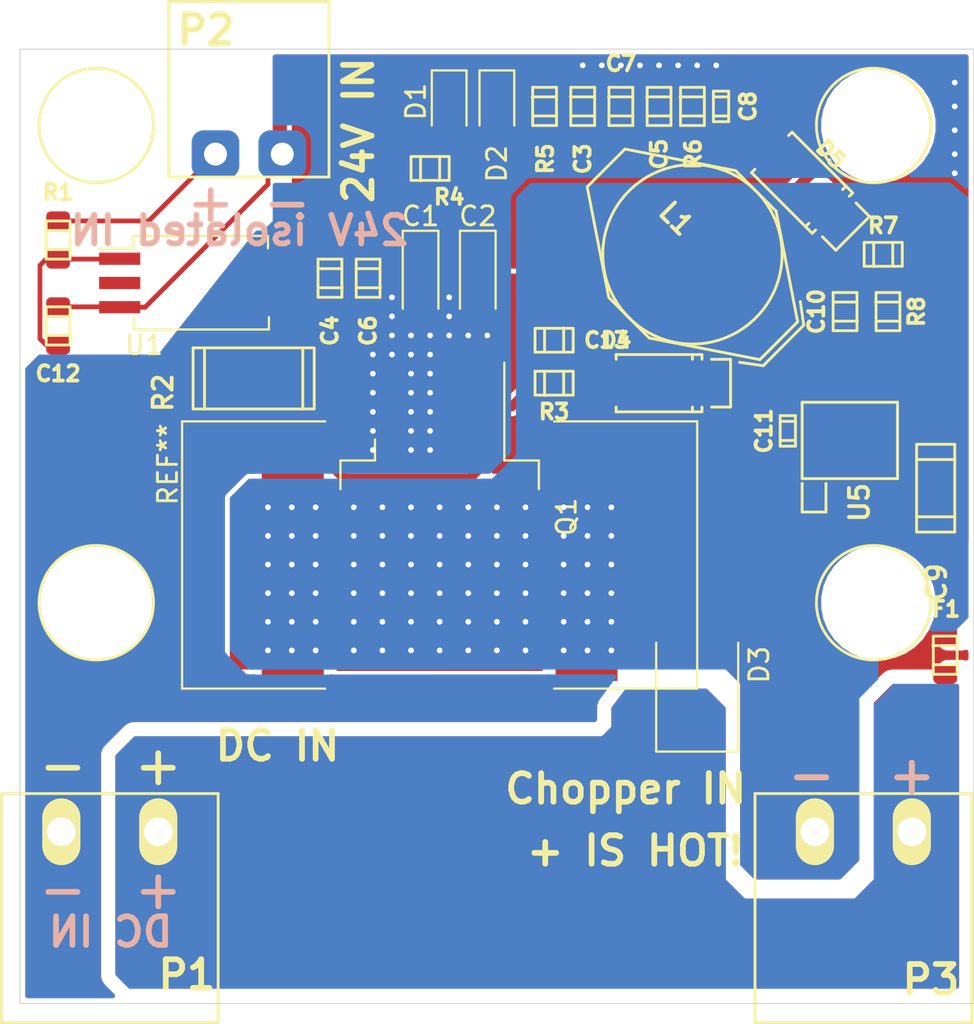
<source format=kicad_pcb>
(kicad_pcb (version 20171130) (host pcbnew "(5.1.5)-3")

  (general
    (thickness 1.6)
    (drawings 22)
    (tracks 180)
    (zones 0)
    (modules 39)
    (nets 18)
  )

  (page A4)
  (layers
    (0 F.Cu signal)
    (31 B.Cu signal)
    (32 B.Adhes user)
    (33 F.Adhes user hide)
    (34 B.Paste user)
    (35 F.Paste user)
    (36 B.SilkS user)
    (37 F.SilkS user)
    (38 B.Mask user)
    (39 F.Mask user)
    (40 Dwgs.User user)
    (41 Cmts.User user)
    (42 Eco1.User user)
    (43 Eco2.User user)
    (44 Edge.Cuts user)
    (45 Margin user)
    (46 B.CrtYd user)
    (47 F.CrtYd user)
    (48 B.Fab user)
    (49 F.Fab user)
  )

  (setup
    (last_trace_width 0.5)
    (user_trace_width 0.5)
    (user_trace_width 1)
    (user_trace_width 2)
    (trace_clearance 0.2)
    (zone_clearance 0.75)
    (zone_45_only no)
    (trace_min 0.2)
    (via_size 0.8)
    (via_drill 0.4)
    (via_min_size 0.4)
    (via_min_drill 0.3)
    (user_via 0.6 0.3)
    (uvia_size 0.3)
    (uvia_drill 0.1)
    (uvias_allowed no)
    (uvia_min_size 0.2)
    (uvia_min_drill 0.1)
    (edge_width 0.05)
    (segment_width 0.2)
    (pcb_text_width 0.3)
    (pcb_text_size 1.5 1.5)
    (mod_edge_width 0.12)
    (mod_text_size 1 1)
    (mod_text_width 0.15)
    (pad_size 3.25 13.2)
    (pad_drill 0)
    (pad_to_mask_clearance 0.051)
    (solder_mask_min_width 0.25)
    (aux_axis_origin 13 192)
    (grid_origin 13 192)
    (visible_elements 7FFDFF7F)
    (pcbplotparams
      (layerselection 0x010fc_ffffffff)
      (usegerberextensions true)
      (usegerberattributes false)
      (usegerberadvancedattributes false)
      (creategerberjobfile true)
      (excludeedgelayer true)
      (linewidth 0.100000)
      (plotframeref false)
      (viasonmask false)
      (mode 1)
      (useauxorigin true)
      (hpglpennumber 1)
      (hpglpenspeed 20)
      (hpglpendiameter 15.000000)
      (psnegative false)
      (psa4output false)
      (plotreference true)
      (plotvalue true)
      (plotinvisibletext false)
      (padsonsilk false)
      (subtractmaskfromsilk false)
      (outputformat 1)
      (mirror false)
      (drillshape 0)
      (scaleselection 1)
      (outputdirectory "doc/gerber"))
  )

  (net 0 "")
  (net 1 +15V)
  (net 2 GNDPWR)
  (net 3 VPP)
  (net 4 "Net-(P2-Pad2)")
  (net 5 "Net-(R2-Pad2)")
  (net 6 "Net-(U1-Pad2)")
  (net 7 "Net-(D1-Pad2)")
  (net 8 "Net-(D2-Pad2)")
  (net 9 "Net-(C10-Pad1)")
  (net 10 "Net-(C10-Pad2)")
  (net 11 "Net-(C11-Pad1)")
  (net 12 "Net-(D3-Pad2)")
  (net 13 "Net-(R7-Pad1)")
  (net 14 "Net-(C13-Pad1)")
  (net 15 "Net-(C12-Pad1)")
  (net 16 "Net-(C12-Pad2)")
  (net 17 "Net-(C9-Pad1)")

  (net_class Default "Dies ist die voreingestellte Netzklasse."
    (clearance 0.2)
    (trace_width 0.25)
    (via_dia 0.8)
    (via_drill 0.4)
    (uvia_dia 0.3)
    (uvia_drill 0.1)
    (add_net +15V)
    (add_net GNDPWR)
    (add_net "Net-(C10-Pad1)")
    (add_net "Net-(C11-Pad1)")
    (add_net "Net-(C12-Pad1)")
    (add_net "Net-(C12-Pad2)")
    (add_net "Net-(C13-Pad1)")
    (add_net "Net-(C9-Pad1)")
    (add_net "Net-(D1-Pad2)")
    (add_net "Net-(D2-Pad2)")
    (add_net "Net-(D3-Pad2)")
    (add_net "Net-(P2-Pad2)")
    (add_net "Net-(R2-Pad2)")
    (add_net "Net-(R7-Pad1)")
    (add_net "Net-(U1-Pad2)")
    (add_net VPP)
  )

  (net_class VPP ""
    (clearance 1.5)
    (trace_width 4)
    (via_dia 0.6)
    (via_drill 0.3)
    (uvia_dia 0.3)
    (uvia_drill 0.1)
  )

  (net_class VPP2 ""
    (clearance 0.7)
    (trace_width 0.25)
    (via_dia 0.8)
    (via_drill 0.4)
    (uvia_dia 0.3)
    (uvia_drill 0.1)
    (add_net "Net-(C10-Pad2)")
  )

  (module stmbl:R_0805 (layer F.Cu) (tedit 5E298E17) (tstamp 5E334496)
    (at 65.5 178.75 90)
    (descr "Resistor SMD 0805, reflow soldering")
    (tags "capacitor 0805")
    (path /5E35B220)
    (attr smd)
    (fp_text reference F1 (at 2.412 0.04) (layer F.SilkS)
      (effects (font (size 0.8 0.8) (thickness 0.2)))
    )
    (fp_text value Polyfuse (at 0 1.6 90) (layer F.Fab)
      (effects (font (size 1 1) (thickness 0.15)))
    )
    (fp_line (start 0.5 -0.65) (end 0.5 0.625) (layer F.SilkS) (width 0.15))
    (fp_line (start -0.5 -0.625) (end -0.5 0.625) (layer F.SilkS) (width 0.15))
    (fp_line (start 1 -0.625) (end -1 -0.625) (layer F.SilkS) (width 0.15))
    (fp_line (start 1 0.625) (end 1 -0.625) (layer F.SilkS) (width 0.15))
    (fp_line (start -1 0.625) (end 1 0.625) (layer F.SilkS) (width 0.15))
    (fp_line (start -1 -0.625) (end -1 0.625) (layer F.SilkS) (width 0.15))
    (fp_line (start -1.7 -0.8) (end 1.7 -0.8) (layer F.CrtYd) (width 0.05))
    (fp_line (start -1.7 0.8) (end 1.7 0.8) (layer F.CrtYd) (width 0.05))
    (fp_line (start -1.7 -0.8) (end -1.7 0.8) (layer F.CrtYd) (width 0.05))
    (fp_line (start 1.7 -0.8) (end 1.7 0.8) (layer F.CrtYd) (width 0.05))
    (pad 2 smd roundrect (at 1 0 90) (size 1 1.25) (layers F.Cu F.Paste F.Mask) (roundrect_rratio 0.25)
      (net 17 "Net-(C9-Pad1)") (solder_mask_margin 0.1) (zone_connect 2))
    (pad 1 smd roundrect (at -1 0 90) (size 1 1.25) (layers F.Cu F.Paste F.Mask) (roundrect_rratio 0.25)
      (net 3 VPP) (solder_mask_margin 0.1))
    (model Resistor_SMD.3dshapes/R_0805_2012Metric.wrl
      (at (xyz 0 0 0))
      (scale (xyz 1 1 1))
      (rotate (xyz 0 0 0))
    )
  )

  (module stmbl:C_0805 (layer F.Cu) (tedit 5E298DCB) (tstamp 5E3373D6)
    (at 45 162.25)
    (descr "Capacitor SMD 0805, reflow soldering, AVX (see smccp.pdf)")
    (tags "capacitor 0805")
    (path /5E3706BD)
    (attr smd)
    (fp_text reference C13 (at 2.75 0) (layer F.SilkS)
      (effects (font (size 0.8 0.8) (thickness 0.2)))
    )
    (fp_text value 100n (at 0 1.6) (layer F.Fab)
      (effects (font (size 1 1) (thickness 0.15)))
    )
    (fp_line (start 1.7 -0.8) (end 1.7 0.8) (layer F.CrtYd) (width 0.05))
    (fp_line (start -1.7 -0.8) (end -1.7 0.8) (layer F.CrtYd) (width 0.05))
    (fp_line (start -1.7 0.8) (end 1.7 0.8) (layer F.CrtYd) (width 0.05))
    (fp_line (start -1.7 -0.8) (end 1.7 -0.8) (layer F.CrtYd) (width 0.05))
    (fp_line (start -1 -0.625) (end -1 0.625) (layer F.SilkS) (width 0.15))
    (fp_line (start -1 0.625) (end 1 0.625) (layer F.SilkS) (width 0.15))
    (fp_line (start 1 0.625) (end 1 -0.625) (layer F.SilkS) (width 0.15))
    (fp_line (start 1 -0.625) (end -1 -0.625) (layer F.SilkS) (width 0.15))
    (fp_line (start -0.5 -0.625) (end -0.5 0.625) (layer F.SilkS) (width 0.15))
    (fp_line (start 0.5 -0.65) (end 0.5 0.625) (layer F.SilkS) (width 0.15))
    (pad 1 smd roundrect (at -1 0) (size 1 1.25) (layers F.Cu F.Paste F.Mask) (roundrect_rratio 0.25)
      (net 14 "Net-(C13-Pad1)") (solder_mask_margin 0.1))
    (pad 2 smd roundrect (at 1 0) (size 1 1.25) (layers F.Cu F.Paste F.Mask) (roundrect_rratio 0.25)
      (net 2 GNDPWR) (solder_mask_margin 0.1))
    (model Capacitor_SMD.3dshapes/C_0805_2012Metric.wrl
      (at (xyz 0 0 0))
      (scale (xyz 1 1 1))
      (rotate (xyz 0 0 0))
    )
  )

  (module stmbl:C_0805 (layer F.Cu) (tedit 5E298DCB) (tstamp 5E3373C6)
    (at 19 161.5 90)
    (descr "Capacitor SMD 0805, reflow soldering, AVX (see smccp.pdf)")
    (tags "capacitor 0805")
    (path /5E37CEDB)
    (attr smd)
    (fp_text reference C12 (at -2.5 0) (layer F.SilkS)
      (effects (font (size 0.8 0.8) (thickness 0.2)))
    )
    (fp_text value 100n (at 0 1.6 90) (layer F.Fab)
      (effects (font (size 1 1) (thickness 0.15)))
    )
    (fp_line (start 1.7 -0.8) (end 1.7 0.8) (layer F.CrtYd) (width 0.05))
    (fp_line (start -1.7 -0.8) (end -1.7 0.8) (layer F.CrtYd) (width 0.05))
    (fp_line (start -1.7 0.8) (end 1.7 0.8) (layer F.CrtYd) (width 0.05))
    (fp_line (start -1.7 -0.8) (end 1.7 -0.8) (layer F.CrtYd) (width 0.05))
    (fp_line (start -1 -0.625) (end -1 0.625) (layer F.SilkS) (width 0.15))
    (fp_line (start -1 0.625) (end 1 0.625) (layer F.SilkS) (width 0.15))
    (fp_line (start 1 0.625) (end 1 -0.625) (layer F.SilkS) (width 0.15))
    (fp_line (start 1 -0.625) (end -1 -0.625) (layer F.SilkS) (width 0.15))
    (fp_line (start -0.5 -0.625) (end -0.5 0.625) (layer F.SilkS) (width 0.15))
    (fp_line (start 0.5 -0.65) (end 0.5 0.625) (layer F.SilkS) (width 0.15))
    (pad 1 smd roundrect (at -1 0 90) (size 1 1.25) (layers F.Cu F.Paste F.Mask) (roundrect_rratio 0.25)
      (net 15 "Net-(C12-Pad1)") (solder_mask_margin 0.1))
    (pad 2 smd roundrect (at 1 0 90) (size 1 1.25) (layers F.Cu F.Paste F.Mask) (roundrect_rratio 0.25)
      (net 16 "Net-(C12-Pad2)") (solder_mask_margin 0.1))
    (model Capacitor_SMD.3dshapes/C_0805_2012Metric.wrl
      (at (xyz 0 0 0))
      (scale (xyz 1 1 1))
      (rotate (xyz 0 0 0))
    )
  )

  (module stmbl:C_1808 (layer F.Cu) (tedit 5AC5647C) (tstamp 5E261960)
    (at 65 170 90)
    (descr "Capacitor SMD 1808, reflow soldering, AVX (see smccp.pdf)")
    (tags "capacitor 1808")
    (path /58068ABB)
    (attr smd)
    (fp_text reference C9 (at -4.936 0.05 90) (layer F.SilkS)
      (effects (font (size 1 1) (thickness 0.2)))
    )
    (fp_text value 150n (at 0 2 90) (layer F.Fab)
      (effects (font (size 1 1) (thickness 0.15)))
    )
    (fp_line (start 1.5 -1) (end 1.5 1) (layer F.SilkS) (width 0.15))
    (fp_line (start -1.5 -1) (end -1.5 1) (layer F.SilkS) (width 0.15))
    (fp_line (start 2.3 -1) (end -2.3 -1) (layer F.SilkS) (width 0.15))
    (fp_line (start 2.3 1) (end 2.3 -1) (layer F.SilkS) (width 0.15))
    (fp_line (start -2.3 1) (end 2.3 1) (layer F.SilkS) (width 0.15))
    (fp_line (start -2.3 -1) (end -2.3 1) (layer F.SilkS) (width 0.15))
    (fp_line (start -3.1 -1.2) (end 3.1 -1.2) (layer F.CrtYd) (width 0.05))
    (fp_line (start -3.1 1.2) (end 3.1 1.2) (layer F.CrtYd) (width 0.05))
    (fp_line (start -3.1 -1.2) (end -3.1 1.2) (layer F.CrtYd) (width 0.05))
    (fp_line (start 3.1 -1.2) (end 3.1 1.2) (layer F.CrtYd) (width 0.05))
    (pad 2 smd roundrect (at 2 0 90) (size 1.5 2) (layers F.Cu F.Paste F.Mask) (roundrect_rratio 0.25)
      (net 2 GNDPWR) (solder_mask_margin 0.1) (zone_connect 2))
    (pad 1 smd roundrect (at -2 0 90) (size 1.5 2) (layers F.Cu F.Paste F.Mask) (roundrect_rratio 0.25)
      (net 17 "Net-(C9-Pad1)") (solder_mask_margin 0.1) (zone_connect 2))
    (model ${KIPRJMOD}/../lib/stmbl.pretty/cap_1808.wrl
      (at (xyz 0 0 0))
      (scale (xyz 393.7 393.7 393.7))
      (rotate (xyz 0 0 0))
    )
  )

  (module Heatsink:Heatsink_Fischer_FK24413D2PAK_26x13mm (layer F.Cu) (tedit 5E2B7A8D) (tstamp 5E2C3E90)
    (at 39 173.5)
    (descr "26x13 mm SMD heatsink for TO-252 TO-263 TO-268, https://www.fischerelektronik.de/pim/upload/fischerData/cadpdf/base/fk_244_13_d2_pak.pdf")
    (tags "heatsink TO-252 TO-263 TO-268")
    (attr smd)
    (fp_text reference REF** (at -14.25 -4.75 270) (layer F.SilkS)
      (effects (font (size 1 1) (thickness 0.15)))
    )
    (fp_text value Heatsink_Fischer_FK24413D2PAK_26x13mm (at 0 8) (layer F.Fab)
      (effects (font (size 1 1) (thickness 0.15)))
    )
    (fp_line (start 13.25 6.85) (end -13.25 6.85) (layer F.CrtYd) (width 0.05))
    (fp_line (start 13.25 6.85) (end 13.25 -6.85) (layer F.CrtYd) (width 0.05))
    (fp_line (start -13.25 -6.85) (end -13.25 6.85) (layer F.CrtYd) (width 0.05))
    (fp_line (start -13.25 -6.85) (end 13.25 -6.85) (layer F.CrtYd) (width 0.05))
    (fp_line (start 12.9 -6.4) (end 9.5 -6.4) (layer Cmts.User) (width 0.12))
    (fp_line (start 9.5 6.4) (end 12.9 6.4) (layer Cmts.User) (width 0.12))
    (fp_line (start 9.5 6.4) (end 9.5 -6.4) (layer Cmts.User) (width 0.12))
    (fp_line (start 12.9 6.4) (end 12.9 -6.4) (layer Cmts.User) (width 0.12))
    (fp_line (start -12.9 6.4) (end -12.9 -6.4) (layer Cmts.User) (width 0.12))
    (fp_line (start -9.5 6.4) (end -12.9 6.4) (layer Cmts.User) (width 0.12))
    (fp_line (start -9.5 -6.4) (end -9.5 6.4) (layer Cmts.User) (width 0.12))
    (fp_line (start -12.9 -6.4) (end -9.5 -6.4) (layer Cmts.User) (width 0.12))
    (fp_line (start 6 7) (end 13.5 7) (layer F.SilkS) (width 0.12))
    (fp_line (start -13.5 7) (end -6 7) (layer F.SilkS) (width 0.12))
    (fp_line (start 6 -7) (end 13.5 -7) (layer F.SilkS) (width 0.12))
    (fp_line (start -13 6.5) (end -13 -6.5) (layer F.Fab) (width 0.1))
    (fp_line (start 13 6.5) (end -13 6.5) (layer F.Fab) (width 0.1))
    (fp_line (start 13 -6.5) (end 13 6.5) (layer F.Fab) (width 0.1))
    (fp_line (start -13 -6.5) (end 13 -6.5) (layer F.Fab) (width 0.1))
    (fp_line (start -13.5 7) (end -13.5 -7) (layer F.SilkS) (width 0.12))
    (fp_line (start -13.5 -7) (end -6 -7) (layer F.SilkS) (width 0.12))
    (fp_line (start 13.5 -7) (end 13.5 7) (layer F.SilkS) (width 0.12))
    (fp_text user H10mm (at 11 0 90) (layer Cmts.User)
      (effects (font (size 1 1) (thickness 0.15)))
    )
    (fp_text user H10mm (at -11 0 90) (layer Cmts.User)
      (effects (font (size 1 1) (thickness 0.15)))
    )
    (fp_text user %R (at 0 0) (layer F.Fab)
      (effects (font (size 1 1) (thickness 0.15)))
    )
    (pad 1 smd rect (at -7.7 0 180) (size 3.25 13.2) (layers F.Cu F.Paste F.Mask)
      (net 12 "Net-(D3-Pad2)") (zone_connect 2))
    (pad 1 smd rect (at 7.7 0) (size 3.25 13.2) (layers F.Cu F.Paste F.Mask)
      (net 12 "Net-(D3-Pad2)") (zone_connect 2))
    (model ${KISYS3DMOD}/Heatsink.3dshapes/Heatsink_Fischer_FK24413D2PAK_26x13mm.wrl
      (at (xyz 0 0 0))
      (scale (xyz 1 1 1))
      (rotate (xyz 0 0 0))
    )
  )

  (module Capacitor_Tantalum_SMD:CP_EIA-3216-18_Kemet-A_Pad1.58x1.35mm_HandSolder (layer F.Cu) (tedit 5B301BBE) (tstamp 5E264BCC)
    (at 38 159 270)
    (descr "Tantalum Capacitor SMD Kemet-A (3216-18 Metric), IPC_7351 nominal, (Body size from: http://www.kemet.com/Lists/ProductCatalog/Attachments/253/KEM_TC101_STD.pdf), generated with kicad-footprint-generator")
    (tags "capacitor tantalum")
    (path /5E2CC4FB)
    (attr smd)
    (fp_text reference C1 (at -3.25 0 180) (layer F.SilkS)
      (effects (font (size 1 1) (thickness 0.15)))
    )
    (fp_text value 10uF (at 0 1.75 90) (layer F.Fab)
      (effects (font (size 1 1) (thickness 0.15)))
    )
    (fp_text user %R (at 1.75 1 90) (layer F.Fab)
      (effects (font (size 0.8 0.8) (thickness 0.12)))
    )
    (fp_line (start 2.48 1.05) (end -2.48 1.05) (layer F.CrtYd) (width 0.05))
    (fp_line (start 2.48 -1.05) (end 2.48 1.05) (layer F.CrtYd) (width 0.05))
    (fp_line (start -2.48 -1.05) (end 2.48 -1.05) (layer F.CrtYd) (width 0.05))
    (fp_line (start -2.48 1.05) (end -2.48 -1.05) (layer F.CrtYd) (width 0.05))
    (fp_line (start -2.485 0.935) (end 1.6 0.935) (layer F.SilkS) (width 0.12))
    (fp_line (start -2.485 -0.935) (end -2.485 0.935) (layer F.SilkS) (width 0.12))
    (fp_line (start 1.6 -0.935) (end -2.485 -0.935) (layer F.SilkS) (width 0.12))
    (fp_line (start 1.6 0.8) (end 1.6 -0.8) (layer F.Fab) (width 0.1))
    (fp_line (start -1.6 0.8) (end 1.6 0.8) (layer F.Fab) (width 0.1))
    (fp_line (start -1.6 -0.4) (end -1.6 0.8) (layer F.Fab) (width 0.1))
    (fp_line (start -1.2 -0.8) (end -1.6 -0.4) (layer F.Fab) (width 0.1))
    (fp_line (start 1.6 -0.8) (end -1.2 -0.8) (layer F.Fab) (width 0.1))
    (pad 2 smd roundrect (at 1.4375 0 270) (size 1.575 1.35) (layers F.Cu F.Paste F.Mask) (roundrect_rratio 0.185185)
      (net 2 GNDPWR))
    (pad 1 smd roundrect (at -1.4375 0 270) (size 1.575 1.35) (layers F.Cu F.Paste F.Mask) (roundrect_rratio 0.185185)
      (net 1 +15V))
    (model ${KISYS3DMOD}/Capacitor_Tantalum_SMD.3dshapes/CP_EIA-3216-18_Kemet-A.wrl
      (at (xyz 0 0 0))
      (scale (xyz 1 1 1))
      (rotate (xyz 0 0 0))
    )
  )

  (module Diode_SMD:D_SMB (layer F.Cu) (tedit 58645DF3) (tstamp 5E28C971)
    (at 52.5 180.25 90)
    (descr "Diode SMB (DO-214AA)")
    (tags "Diode SMB (DO-214AA)")
    (path /5E271820)
    (attr smd)
    (fp_text reference D3 (at 1 3.25 90) (layer F.SilkS)
      (effects (font (size 1 1) (thickness 0.15)))
    )
    (fp_text value US1M (at 0 3.1 90) (layer F.Fab)
      (effects (font (size 1 1) (thickness 0.15)))
    )
    (fp_line (start -3.55 -2.15) (end 2.15 -2.15) (layer F.SilkS) (width 0.12))
    (fp_line (start -3.55 2.15) (end 2.15 2.15) (layer F.SilkS) (width 0.12))
    (fp_line (start -0.64944 0.00102) (end 0.50118 -0.79908) (layer F.Fab) (width 0.1))
    (fp_line (start -0.64944 0.00102) (end 0.50118 0.75032) (layer F.Fab) (width 0.1))
    (fp_line (start 0.50118 0.75032) (end 0.50118 -0.79908) (layer F.Fab) (width 0.1))
    (fp_line (start -0.64944 -0.79908) (end -0.64944 0.80112) (layer F.Fab) (width 0.1))
    (fp_line (start 0.50118 0.00102) (end 1.4994 0.00102) (layer F.Fab) (width 0.1))
    (fp_line (start -0.64944 0.00102) (end -1.55114 0.00102) (layer F.Fab) (width 0.1))
    (fp_line (start -3.65 2.25) (end -3.65 -2.25) (layer F.CrtYd) (width 0.05))
    (fp_line (start 3.65 2.25) (end -3.65 2.25) (layer F.CrtYd) (width 0.05))
    (fp_line (start 3.65 -2.25) (end 3.65 2.25) (layer F.CrtYd) (width 0.05))
    (fp_line (start -3.65 -2.25) (end 3.65 -2.25) (layer F.CrtYd) (width 0.05))
    (fp_line (start 2.3 -2) (end -2.3 -2) (layer F.Fab) (width 0.1))
    (fp_line (start 2.3 -2) (end 2.3 2) (layer F.Fab) (width 0.1))
    (fp_line (start -2.3 2) (end -2.3 -2) (layer F.Fab) (width 0.1))
    (fp_line (start 2.3 2) (end -2.3 2) (layer F.Fab) (width 0.1))
    (fp_line (start -3.55 -2.15) (end -3.55 2.15) (layer F.SilkS) (width 0.12))
    (fp_text user %R (at 0 -3 90) (layer F.Fab)
      (effects (font (size 1 1) (thickness 0.15)))
    )
    (pad 2 smd rect (at 2.15 0 90) (size 2.5 2.3) (layers F.Cu F.Paste F.Mask)
      (net 12 "Net-(D3-Pad2)"))
    (pad 1 smd rect (at -2.15 0 90) (size 2.5 2.3) (layers F.Cu F.Paste F.Mask)
      (net 3 VPP))
    (model ${KISYS3DMOD}/Diode_SMD.3dshapes/D_SMB.wrl
      (at (xyz 0 0 0))
      (scale (xyz 1 1 1))
      (rotate (xyz 0 0 0))
    )
  )

  (module Capacitor_Tantalum_SMD:CP_EIA-3216-18_Kemet-A_Pad1.58x1.35mm_HandSolder (layer F.Cu) (tedit 5B301BBE) (tstamp 5E26CABB)
    (at 41 159 270)
    (descr "Tantalum Capacitor SMD Kemet-A (3216-18 Metric), IPC_7351 nominal, (Body size from: http://www.kemet.com/Lists/ProductCatalog/Attachments/253/KEM_TC101_STD.pdf), generated with kicad-footprint-generator")
    (tags "capacitor tantalum")
    (path /5E2CE568)
    (attr smd)
    (fp_text reference C2 (at -3.25 0 180) (layer F.SilkS)
      (effects (font (size 1 1) (thickness 0.15)))
    )
    (fp_text value 10uF (at 0 -1.5 90) (layer F.Fab)
      (effects (font (size 1 1) (thickness 0.15)))
    )
    (fp_text user %R (at -1 0.5 90) (layer F.Fab)
      (effects (font (size 0.8 0.8) (thickness 0.12)))
    )
    (fp_line (start 2.48 1.05) (end -2.48 1.05) (layer F.CrtYd) (width 0.05))
    (fp_line (start 2.48 -1.05) (end 2.48 1.05) (layer F.CrtYd) (width 0.05))
    (fp_line (start -2.48 -1.05) (end 2.48 -1.05) (layer F.CrtYd) (width 0.05))
    (fp_line (start -2.48 1.05) (end -2.48 -1.05) (layer F.CrtYd) (width 0.05))
    (fp_line (start -2.485 0.935) (end 1.6 0.935) (layer F.SilkS) (width 0.12))
    (fp_line (start -2.485 -0.935) (end -2.485 0.935) (layer F.SilkS) (width 0.12))
    (fp_line (start 1.6 -0.935) (end -2.485 -0.935) (layer F.SilkS) (width 0.12))
    (fp_line (start 1.6 0.8) (end 1.6 -0.8) (layer F.Fab) (width 0.1))
    (fp_line (start -1.6 0.8) (end 1.6 0.8) (layer F.Fab) (width 0.1))
    (fp_line (start -1.6 -0.4) (end -1.6 0.8) (layer F.Fab) (width 0.1))
    (fp_line (start -1.2 -0.8) (end -1.6 -0.4) (layer F.Fab) (width 0.1))
    (fp_line (start 1.6 -0.8) (end -1.2 -0.8) (layer F.Fab) (width 0.1))
    (pad 2 smd roundrect (at 1.4375 0 270) (size 1.575 1.35) (layers F.Cu F.Paste F.Mask) (roundrect_rratio 0.185185)
      (net 2 GNDPWR))
    (pad 1 smd roundrect (at -1.4375 0 270) (size 1.575 1.35) (layers F.Cu F.Paste F.Mask) (roundrect_rratio 0.185185)
      (net 1 +15V))
    (model ${KISYS3DMOD}/Capacitor_Tantalum_SMD.3dshapes/CP_EIA-3216-18_Kemet-A.wrl
      (at (xyz 0 0 0))
      (scale (xyz 1 1 1))
      (rotate (xyz 0 0 0))
    )
  )

  (module LED_SMD:LED_0805_2012Metric_Castellated (layer F.Cu) (tedit 5B36C52C) (tstamp 5E264C94)
    (at 42 150 270)
    (descr "LED SMD 0805 (2012 Metric), castellated end terminal, IPC_7351 nominal, (Body size source: https://docs.google.com/spreadsheets/d/1BsfQQcO9C6DZCsRaXUlFlo91Tg2WpOkGARC1WS5S8t0/edit?usp=sharing), generated with kicad-footprint-generator")
    (tags "LED castellated")
    (path /57752985)
    (attr smd)
    (fp_text reference D2 (at 3 0 90) (layer F.SilkS)
      (effects (font (size 1 1) (thickness 0.15)))
    )
    (fp_text value green (at 0 1.6 90) (layer F.Fab)
      (effects (font (size 1 1) (thickness 0.15)))
    )
    (fp_text user %R (at 0 -1.5 90) (layer F.Fab)
      (effects (font (size 0.5 0.5) (thickness 0.08)))
    )
    (fp_line (start 1.88 0.9) (end -1.88 0.9) (layer F.CrtYd) (width 0.05))
    (fp_line (start 1.88 -0.9) (end 1.88 0.9) (layer F.CrtYd) (width 0.05))
    (fp_line (start -1.88 -0.9) (end 1.88 -0.9) (layer F.CrtYd) (width 0.05))
    (fp_line (start -1.88 0.9) (end -1.88 -0.9) (layer F.CrtYd) (width 0.05))
    (fp_line (start -1.885 0.91) (end 1 0.91) (layer F.SilkS) (width 0.12))
    (fp_line (start -1.885 -0.91) (end -1.885 0.91) (layer F.SilkS) (width 0.12))
    (fp_line (start 1 -0.91) (end -1.885 -0.91) (layer F.SilkS) (width 0.12))
    (fp_line (start 1 0.6) (end 1 -0.6) (layer F.Fab) (width 0.1))
    (fp_line (start -1 0.6) (end 1 0.6) (layer F.Fab) (width 0.1))
    (fp_line (start -1 -0.3) (end -1 0.6) (layer F.Fab) (width 0.1))
    (fp_line (start -0.7 -0.6) (end -1 -0.3) (layer F.Fab) (width 0.1))
    (fp_line (start 1 -0.6) (end -0.7 -0.6) (layer F.Fab) (width 0.1))
    (pad 2 smd roundrect (at 0.9625 0 270) (size 1.325 1.3) (layers F.Cu F.Paste F.Mask) (roundrect_rratio 0.192308)
      (net 8 "Net-(D2-Pad2)"))
    (pad 1 smd roundrect (at -0.9625 0 270) (size 1.325 1.3) (layers F.Cu F.Paste F.Mask) (roundrect_rratio 0.192308)
      (net 2 GNDPWR))
    (model ${KISYS3DMOD}/LED_SMD.3dshapes/LED_0805_2012Metric_Castellated.wrl
      (at (xyz 0 0 0))
      (scale (xyz 1 1 1))
      (rotate (xyz 0 0 0))
    )
  )

  (module LED_SMD:LED_0805_2012Metric_Castellated (layer F.Cu) (tedit 5B36C52C) (tstamp 5E26A3A5)
    (at 39.5 150 270)
    (descr "LED SMD 0805 (2012 Metric), castellated end terminal, IPC_7351 nominal, (Body size source: https://docs.google.com/spreadsheets/d/1BsfQQcO9C6DZCsRaXUlFlo91Tg2WpOkGARC1WS5S8t0/edit?usp=sharing), generated with kicad-footprint-generator")
    (tags "LED castellated")
    (path /5E35441E)
    (attr smd)
    (fp_text reference D1 (at -0.25 1.75 90) (layer F.SilkS)
      (effects (font (size 1 1) (thickness 0.15)))
    )
    (fp_text value red (at 0 1.6 90) (layer F.Fab)
      (effects (font (size 1 1) (thickness 0.15)))
    )
    (fp_text user %R (at -0.25 0.75 90) (layer F.Fab)
      (effects (font (size 0.5 0.5) (thickness 0.08)))
    )
    (fp_line (start 1.88 0.9) (end -1.88 0.9) (layer F.CrtYd) (width 0.05))
    (fp_line (start 1.88 -0.9) (end 1.88 0.9) (layer F.CrtYd) (width 0.05))
    (fp_line (start -1.88 -0.9) (end 1.88 -0.9) (layer F.CrtYd) (width 0.05))
    (fp_line (start -1.88 0.9) (end -1.88 -0.9) (layer F.CrtYd) (width 0.05))
    (fp_line (start -1.885 0.91) (end 1 0.91) (layer F.SilkS) (width 0.12))
    (fp_line (start -1.885 -0.91) (end -1.885 0.91) (layer F.SilkS) (width 0.12))
    (fp_line (start 1 -0.91) (end -1.885 -0.91) (layer F.SilkS) (width 0.12))
    (fp_line (start 1 0.6) (end 1 -0.6) (layer F.Fab) (width 0.1))
    (fp_line (start -1 0.6) (end 1 0.6) (layer F.Fab) (width 0.1))
    (fp_line (start -1 -0.3) (end -1 0.6) (layer F.Fab) (width 0.1))
    (fp_line (start -0.7 -0.6) (end -1 -0.3) (layer F.Fab) (width 0.1))
    (fp_line (start 1 -0.6) (end -0.7 -0.6) (layer F.Fab) (width 0.1))
    (pad 2 smd roundrect (at 0.9625 0 270) (size 1.325 1.3) (layers F.Cu F.Paste F.Mask) (roundrect_rratio 0.192308)
      (net 7 "Net-(D1-Pad2)"))
    (pad 1 smd roundrect (at -0.9625 0 270) (size 1.325 1.3) (layers F.Cu F.Paste F.Mask) (roundrect_rratio 0.192308)
      (net 2 GNDPWR))
    (model ${KISYS3DMOD}/LED_SMD.3dshapes/LED_0805_2012Metric_Castellated.wrl
      (at (xyz 0 0 0))
      (scale (xyz 1 1 1))
      (rotate (xyz 0 0 0))
    )
  )

  (module Package_TO_SOT_SMD:TO-263-2 (layer F.Cu) (tedit 5A70FB7B) (tstamp 5E2695CE)
    (at 39 171.5 270)
    (descr "TO-263 / D2PAK / DDPAK SMD package, http://www.infineon.com/cms/en/product/packages/PG-TO263/PG-TO263-3-1/")
    (tags "D2PAK DDPAK TO-263 D2PAK-3 TO-263-3 SOT-404")
    (path /5E296D28)
    (attr smd)
    (fp_text reference Q1 (at 0 -6.65 90) (layer F.SilkS)
      (effects (font (size 1 1) (thickness 0.15)))
    )
    (fp_text value STGB19NC60KDT4 (at 0 6.65 90) (layer F.Fab)
      (effects (font (size 1 1) (thickness 0.15)))
    )
    (fp_text user %R (at 0 0 90) (layer F.Fab)
      (effects (font (size 1 1) (thickness 0.15)))
    )
    (fp_line (start 8.32 -5.65) (end -8.32 -5.65) (layer F.CrtYd) (width 0.05))
    (fp_line (start 8.32 5.65) (end 8.32 -5.65) (layer F.CrtYd) (width 0.05))
    (fp_line (start -8.32 5.65) (end 8.32 5.65) (layer F.CrtYd) (width 0.05))
    (fp_line (start -8.32 -5.65) (end -8.32 5.65) (layer F.CrtYd) (width 0.05))
    (fp_line (start -2.95 3.39) (end -4.05 3.39) (layer F.SilkS) (width 0.12))
    (fp_line (start -2.95 5.2) (end -2.95 3.39) (layer F.SilkS) (width 0.12))
    (fp_line (start -1.45 5.2) (end -2.95 5.2) (layer F.SilkS) (width 0.12))
    (fp_line (start -2.95 -3.39) (end -8.075 -3.39) (layer F.SilkS) (width 0.12))
    (fp_line (start -2.95 -5.2) (end -2.95 -3.39) (layer F.SilkS) (width 0.12))
    (fp_line (start -1.45 -5.2) (end -2.95 -5.2) (layer F.SilkS) (width 0.12))
    (fp_line (start -7.45 3.04) (end -2.75 3.04) (layer F.Fab) (width 0.1))
    (fp_line (start -7.45 2.04) (end -7.45 3.04) (layer F.Fab) (width 0.1))
    (fp_line (start -2.75 2.04) (end -7.45 2.04) (layer F.Fab) (width 0.1))
    (fp_line (start -7.45 -2.04) (end -2.75 -2.04) (layer F.Fab) (width 0.1))
    (fp_line (start -7.45 -3.04) (end -7.45 -2.04) (layer F.Fab) (width 0.1))
    (fp_line (start -2.75 -3.04) (end -7.45 -3.04) (layer F.Fab) (width 0.1))
    (fp_line (start -1.75 -5) (end 6.5 -5) (layer F.Fab) (width 0.1))
    (fp_line (start -2.75 -4) (end -1.75 -5) (layer F.Fab) (width 0.1))
    (fp_line (start -2.75 5) (end -2.75 -4) (layer F.Fab) (width 0.1))
    (fp_line (start 6.5 5) (end -2.75 5) (layer F.Fab) (width 0.1))
    (fp_line (start 6.5 -5) (end 6.5 5) (layer F.Fab) (width 0.1))
    (fp_line (start 7.5 5) (end 6.5 5) (layer F.Fab) (width 0.1))
    (fp_line (start 7.5 -5) (end 7.5 5) (layer F.Fab) (width 0.1))
    (fp_line (start 6.5 -5) (end 7.5 -5) (layer F.Fab) (width 0.1))
    (pad "" smd rect (at 0.95 2.775 270) (size 4.55 5.25) (layers F.Paste))
    (pad "" smd rect (at 5.8 -2.775 270) (size 4.55 5.25) (layers F.Paste))
    (pad "" smd rect (at 0.95 -2.775 270) (size 4.55 5.25) (layers F.Paste))
    (pad "" smd rect (at 5.8 2.775 270) (size 4.55 5.25) (layers F.Paste))
    (pad 2 smd rect (at 3.375 0 270) (size 9.4 10.8) (layers F.Cu F.Mask)
      (net 12 "Net-(D3-Pad2)"))
    (pad 3 smd rect (at -5.775 2.54 270) (size 4.6 1.1) (layers F.Cu F.Paste F.Mask)
      (net 2 GNDPWR))
    (pad 1 smd rect (at -5.775 -2.54 270) (size 4.6 1.1) (layers F.Cu F.Paste F.Mask)
      (net 14 "Net-(C13-Pad1)"))
    (model ${KISYS3DMOD}/Package_TO_SOT_SMD.3dshapes/TO-263-2.wrl
      (at (xyz 0 0 0))
      (scale (xyz 1 1 1))
      (rotate (xyz 0 0 0))
    )
  )

  (module Package_SO:SSO-6_6.8x4.6mm_P1.27mm_Clearance7mm (layer F.Cu) (tedit 5A02F2D3) (tstamp 5E264DC9)
    (at 26.5 159.25)
    (descr "8-Lead Plastic Stretched Small Outline (SSO/Stretched SO), see https://docs.broadcom.com/cs/Satellite?blobcol=urldata&blobheader=application%2Fpdf&blobheadername1=Content-Disposition&blobheadername2=Content-Type&blobheadername3=MDT-Type&blobheadervalue1=attachment%3Bfilename%3DIPD-Selection-Guide_AV00-0254EN_030617.pdf&blobheadervalue2=application%2Fx-download&blobheadervalue3=abinary%253B%2Bcharset%253DUTF-8&blobkey=id&blobnocache=true&blobtable=MungoBlobs&blobwhere=1430884105675&ssbinary=true")
    (tags "SSO Stretched SO SOIC 1.27")
    (path /5E2A4FD0)
    (attr smd)
    (fp_text reference U1 (at -3 3.25) (layer F.SilkS)
      (effects (font (size 1 1) (thickness 0.15)))
    )
    (fp_text value ACPL-P343 (at 0.05 3.385) (layer F.Fab)
      (effects (font (size 1 1) (thickness 0.15)))
    )
    (fp_line (start 5.6 2.54) (end -5.6 2.54) (layer F.CrtYd) (width 0.05))
    (fp_line (start 5.6 2.54) (end 5.6 -2.56) (layer F.CrtYd) (width 0.05))
    (fp_line (start -5.6 -2.56) (end -5.6 2.54) (layer F.CrtYd) (width 0.05))
    (fp_line (start -5.6 -2.56) (end 5.6 -2.56) (layer F.CrtYd) (width 0.05))
    (fp_line (start -2.3 -2.315) (end -3.4 -1.215) (layer F.Fab) (width 0.12))
    (fp_line (start 3.4 -2.315) (end -2.3 -2.315) (layer F.Fab) (width 0.12))
    (fp_line (start -3.55 -2.465) (end -3.55 -1.815) (layer F.SilkS) (width 0.12))
    (fp_line (start 3.5 -2.465) (end -3.55 -2.465) (layer F.SilkS) (width 0.12))
    (fp_line (start -3.5 2.435) (end 3.55 2.435) (layer F.SilkS) (width 0.12))
    (fp_line (start -3.4 2.285) (end -3.4 -1.265) (layer F.Fab) (width 0.12))
    (fp_line (start 3.4 2.285) (end -3.4 2.285) (layer F.Fab) (width 0.12))
    (fp_line (start 3.4 -2.315) (end 3.4 2.285) (layer F.Fab) (width 0.12))
    (fp_line (start 3.5 -2.465) (end 3.5 -1.815) (layer F.SilkS) (width 0.12))
    (fp_line (start 3.55 1.785) (end 3.55 2.435) (layer F.SilkS) (width 0.12))
    (fp_line (start -3.5 1.785) (end -3.5 2.435) (layer F.SilkS) (width 0.12))
    (fp_line (start -3.55 -1.8) (end -5.3 -1.8) (layer F.SilkS) (width 0.12))
    (fp_text user %R (at 0 -0.985001) (layer F.Fab)
      (effects (font (size 1 1) (thickness 0.15)))
    )
    (pad 6 smd rect (at 4.27 -1.27) (size 2.16 0.64) (layers F.Cu F.Paste F.Mask)
      (net 1 +15V))
    (pad 5 smd rect (at 4.27 0) (size 2.16 0.64) (layers F.Cu F.Paste F.Mask)
      (net 5 "Net-(R2-Pad2)"))
    (pad 4 smd rect (at 4.27 1.27) (size 2.16 0.64) (layers F.Cu F.Paste F.Mask)
      (net 2 GNDPWR))
    (pad 3 smd rect (at -4.27 1.27) (size 2.16 0.64) (layers F.Cu F.Paste F.Mask)
      (net 16 "Net-(C12-Pad2)"))
    (pad 2 smd rect (at -4.27 0) (size 2.16 0.64) (layers F.Cu F.Paste F.Mask)
      (net 6 "Net-(U1-Pad2)"))
    (pad 1 smd rect (at -4.27 -1.27) (size 2.16 0.64) (layers F.Cu F.Paste F.Mask)
      (net 15 "Net-(C12-Pad1)"))
    (model ${KISYS3DMOD}/Package_SO.3dshapes/SSO-6_6.8x4.6mm_P1.27mm_Clearance7mm.wrl
      (at (xyz 0 0 0))
      (scale (xyz 1 1 1))
      (rotate (xyz 0 0 0))
    )
  )

  (module stmbl:R_0805 (layer F.Cu) (tedit 5AC566F2) (tstamp 5E264D7E)
    (at 62.5 160.75 90)
    (descr "Resistor SMD 0805, reflow soldering")
    (tags "capacitor 0805")
    (path /5774B784)
    (attr smd)
    (fp_text reference R8 (at 0 1.5 90) (layer F.SilkS)
      (effects (font (size 0.8 0.8) (thickness 0.2)))
    )
    (fp_text value 2.2k (at 0 1.6 90) (layer F.Fab)
      (effects (font (size 1 1) (thickness 0.15)))
    )
    (fp_line (start 1.7 -0.8) (end 1.7 0.8) (layer F.CrtYd) (width 0.05))
    (fp_line (start -1.7 -0.8) (end -1.7 0.8) (layer F.CrtYd) (width 0.05))
    (fp_line (start -1.7 0.8) (end 1.7 0.8) (layer F.CrtYd) (width 0.05))
    (fp_line (start -1.7 -0.8) (end 1.7 -0.8) (layer F.CrtYd) (width 0.05))
    (fp_line (start -1 -0.625) (end -1 0.625) (layer F.SilkS) (width 0.15))
    (fp_line (start -1 0.625) (end 1 0.625) (layer F.SilkS) (width 0.15))
    (fp_line (start 1 0.625) (end 1 -0.625) (layer F.SilkS) (width 0.15))
    (fp_line (start 1 -0.625) (end -1 -0.625) (layer F.SilkS) (width 0.15))
    (fp_line (start -0.5 -0.625) (end -0.5 0.625) (layer F.SilkS) (width 0.15))
    (fp_line (start 0.5 -0.65) (end 0.5 0.625) (layer F.SilkS) (width 0.15))
    (pad 1 smd roundrect (at -1 0 90) (size 1 1.25) (layers F.Cu F.Paste F.Mask) (roundrect_rratio 0.25)
      (net 10 "Net-(C10-Pad2)") (solder_mask_margin 0.1))
    (pad 2 smd roundrect (at 1 0 90) (size 1 1.25) (layers F.Cu F.Paste F.Mask) (roundrect_rratio 0.25)
      (net 13 "Net-(R7-Pad1)") (solder_mask_margin 0.1) (zone_connect 2))
    (model Resistors_SMD.3dshapes/R_0805.wrl
      (at (xyz 0 0 0))
      (scale (xyz 1 1 1))
      (rotate (xyz 0 0 0))
    )
    (model ${KISYS3DMOD}/Resistor_SMD.3dshapes/R_0805_2012Metric.wrl
      (at (xyz 0 0 0))
      (scale (xyz 1 1 1))
      (rotate (xyz 0 0 0))
    )
  )

  (module stmbl:R_0805 (layer F.Cu) (tedit 5AC566F2) (tstamp 5E264D8E)
    (at 62.25 157.75 180)
    (descr "Resistor SMD 0805, reflow soldering")
    (tags "capacitor 0805")
    (path /5774BB53)
    (attr smd)
    (fp_text reference R7 (at 0 1.5 180) (layer F.SilkS)
      (effects (font (size 0.8 0.8) (thickness 0.2)))
    )
    (fp_text value 18k (at 0 1.6) (layer F.Fab)
      (effects (font (size 1 1) (thickness 0.15)))
    )
    (fp_line (start 1.7 -0.8) (end 1.7 0.8) (layer F.CrtYd) (width 0.05))
    (fp_line (start -1.7 -0.8) (end -1.7 0.8) (layer F.CrtYd) (width 0.05))
    (fp_line (start -1.7 0.8) (end 1.7 0.8) (layer F.CrtYd) (width 0.05))
    (fp_line (start -1.7 -0.8) (end 1.7 -0.8) (layer F.CrtYd) (width 0.05))
    (fp_line (start -1 -0.625) (end -1 0.625) (layer F.SilkS) (width 0.15))
    (fp_line (start -1 0.625) (end 1 0.625) (layer F.SilkS) (width 0.15))
    (fp_line (start 1 0.625) (end 1 -0.625) (layer F.SilkS) (width 0.15))
    (fp_line (start 1 -0.625) (end -1 -0.625) (layer F.SilkS) (width 0.15))
    (fp_line (start -0.5 -0.625) (end -0.5 0.625) (layer F.SilkS) (width 0.15))
    (fp_line (start 0.5 -0.65) (end 0.5 0.625) (layer F.SilkS) (width 0.15))
    (pad 1 smd roundrect (at -1 0 180) (size 1 1.25) (layers F.Cu F.Paste F.Mask) (roundrect_rratio 0.25)
      (net 13 "Net-(R7-Pad1)") (solder_mask_margin 0.1))
    (pad 2 smd roundrect (at 1 0 180) (size 1 1.25) (layers F.Cu F.Paste F.Mask) (roundrect_rratio 0.25)
      (net 9 "Net-(C10-Pad1)") (solder_mask_margin 0.1) (zone_connect 2))
    (model Resistors_SMD.3dshapes/R_0805.wrl
      (at (xyz 0 0 0))
      (scale (xyz 1 1 1))
      (rotate (xyz 0 0 0))
    )
    (model ${KISYS3DMOD}/Resistor_SMD.3dshapes/R_0805_2012Metric.wrl
      (at (xyz 0 0 0))
      (scale (xyz 1 1 1))
      (rotate (xyz 0 0 0))
    )
  )

  (module stmbl:R_0805 (layer F.Cu) (tedit 5AC566F2) (tstamp 5E264DAE)
    (at 52.25 150 90)
    (descr "Resistor SMD 0805, reflow soldering")
    (tags "capacitor 0805")
    (path /5886A2CE)
    (attr smd)
    (fp_text reference R6 (at -2.5 0.04 90) (layer F.SilkS)
      (effects (font (size 0.8 0.8) (thickness 0.2)))
    )
    (fp_text value 3.9k (at 0 1.6 90) (layer F.Fab)
      (effects (font (size 1 1) (thickness 0.15)))
    )
    (fp_line (start 1.7 -0.8) (end 1.7 0.8) (layer F.CrtYd) (width 0.05))
    (fp_line (start -1.7 -0.8) (end -1.7 0.8) (layer F.CrtYd) (width 0.05))
    (fp_line (start -1.7 0.8) (end 1.7 0.8) (layer F.CrtYd) (width 0.05))
    (fp_line (start -1.7 -0.8) (end 1.7 -0.8) (layer F.CrtYd) (width 0.05))
    (fp_line (start -1 -0.625) (end -1 0.625) (layer F.SilkS) (width 0.15))
    (fp_line (start -1 0.625) (end 1 0.625) (layer F.SilkS) (width 0.15))
    (fp_line (start 1 0.625) (end 1 -0.625) (layer F.SilkS) (width 0.15))
    (fp_line (start 1 -0.625) (end -1 -0.625) (layer F.SilkS) (width 0.15))
    (fp_line (start -0.5 -0.625) (end -0.5 0.625) (layer F.SilkS) (width 0.15))
    (fp_line (start 0.5 -0.65) (end 0.5 0.625) (layer F.SilkS) (width 0.15))
    (pad 1 smd roundrect (at -1 0 90) (size 1 1.25) (layers F.Cu F.Paste F.Mask) (roundrect_rratio 0.25)
      (net 1 +15V) (solder_mask_margin 0.1))
    (pad 2 smd roundrect (at 1 0 90) (size 1 1.25) (layers F.Cu F.Paste F.Mask) (roundrect_rratio 0.25)
      (net 2 GNDPWR) (solder_mask_margin 0.1) (zone_connect 2))
    (model Resistors_SMD.3dshapes/R_0805.wrl
      (at (xyz 0 0 0))
      (scale (xyz 1 1 1))
      (rotate (xyz 0 0 0))
    )
  )

  (module stmbl:R_2512 (layer F.Cu) (tedit 5AC57D9E) (tstamp 5E264D2E)
    (at 29.25 164.25 180)
    (descr "Resistor SMD 2512, reflow soldering, Vishay (see dcrcw.pdf)")
    (tags "resistor 2512")
    (path /5E290C05)
    (attr smd)
    (fp_text reference R2 (at 4.75 -0.75 90) (layer F.SilkS)
      (effects (font (size 1 1) (thickness 0.2)))
    )
    (fp_text value 6 (at 0 2.6) (layer F.Fab)
      (effects (font (size 1 1) (thickness 0.15)))
    )
    (fp_line (start 2.575 1.6) (end 2.575 -1.6) (layer F.SilkS) (width 0.15))
    (fp_line (start -2.575 -1.6) (end -2.575 1.6) (layer F.SilkS) (width 0.15))
    (fp_line (start 3.175 -1.6) (end -3.175 -1.6) (layer F.SilkS) (width 0.15))
    (fp_line (start 3.175 1.6) (end 3.175 -1.6) (layer F.SilkS) (width 0.15))
    (fp_line (start -3.175 1.6) (end 3.175 1.6) (layer F.SilkS) (width 0.15))
    (fp_line (start -3.175 -1.6) (end -3.175 1.6) (layer F.SilkS) (width 0.15))
    (fp_line (start -3.8 -1.8) (end 3.8 -1.8) (layer F.CrtYd) (width 0.05))
    (fp_line (start -3.8 1.8) (end 3.8 1.8) (layer F.CrtYd) (width 0.05))
    (fp_line (start -3.8 -1.8) (end -3.8 1.8) (layer F.CrtYd) (width 0.05))
    (fp_line (start 3.8 -1.8) (end 3.8 1.8) (layer F.CrtYd) (width 0.05))
    (pad 2 smd roundrect (at 2.75 0 180) (size 1.5 3.2) (layers F.Cu F.Paste F.Mask) (roundrect_rratio 0.25)
      (net 5 "Net-(R2-Pad2)") (solder_mask_margin 0.1) (zone_connect 2))
    (pad 1 smd roundrect (at -2.75 0 180) (size 1.5 3.2) (layers F.Cu F.Paste F.Mask) (roundrect_rratio 0.25)
      (net 14 "Net-(C13-Pad1)") (solder_mask_margin 0.1) (zone_connect 2))
    (model ${KISYS3DMOD}/Resistor_SMD.3dshapes/R_2512_6332Metric.wrl
      (at (xyz 0 0 0))
      (scale (xyz 1 1 1))
      (rotate (xyz 0 0 0))
    )
  )

  (module stmbl:RM3.5_1x2 (layer F.Cu) (tedit 59464298) (tstamp 5E264CE0)
    (at 29 152.5 180)
    (path /5E28A62D)
    (fp_text reference P2 (at 2.25 6.5) (layer F.SilkS)
      (effects (font (size 1.5 1.5) (thickness 0.3)))
    )
    (fp_text value CONN_01X02 (at 2.2 9.8) (layer F.Fab)
      (effects (font (size 1 1) (thickness 0.15)))
    )
    (fp_line (start -4.2 8) (end -4.2 -1.2) (layer F.SilkS) (width 0.15))
    (fp_line (start -4.2 -1.2) (end 4.2 -1.2) (layer F.SilkS) (width 0.15))
    (fp_line (start 4.2 -1.2) (end 4.2 8) (layer F.SilkS) (width 0.15))
    (fp_line (start -4.2 8) (end 4.2 8) (layer F.SilkS) (width 0.15))
    (pad 2 thru_hole circle (at 1.75 0 180) (size 1.5 1.5) (drill 1.2) (layers *.Cu *.Mask)
      (net 4 "Net-(P2-Pad2)"))
    (pad 1 thru_hole circle (at -1.75 0 180) (size 1.5 1.5) (drill 1.2) (layers *.Cu *.Mask)
      (net 16 "Net-(C12-Pad2)"))
    (pad 1 smd roundrect (at -1.75 0 180) (size 2.5 2.5) (layers B.Cu B.Mask) (roundrect_rratio 0.25)
      (net 16 "Net-(C12-Pad2)"))
    (pad 2 smd roundrect (at 1.75 0 180) (size 2.5 2.5) (layers B.Cu B.Mask) (roundrect_rratio 0.25)
      (net 4 "Net-(P2-Pad2)"))
    (model ${KIPRJMOD}/../lib/stmbl.pretty/akl182_2.wrl
      (offset (xyz 4.29999993542048 3.199999951940823 0))
      (scale (xyz 0.394 0.394 0.394))
      (rotate (xyz 0 0 180))
    )
  )

  (module stmbl:non_plated_3mm (layer F.Cu) (tedit 5E2616A9) (tstamp 5E26C799)
    (at 61.75 176)
    (path /5E382983)
    (fp_text reference U6 (at 0 4.75) (layer F.SilkS) hide
      (effects (font (size 1 1) (thickness 0.15)))
    )
    (fp_text value non_plated (at 0 -3.75) (layer F.Fab)
      (effects (font (size 1 1) (thickness 0.15)))
    )
    (fp_circle (center 0 0) (end 3 0) (layer F.SilkS) (width 0.15))
    (pad "" np_thru_hole circle (at 0 0) (size 3.5 3.5) (drill 3.5) (layers *.Cu *.Mask)
      (solder_mask_margin 0.5) (clearance 1.25))
  )

  (module stmbl:non_plated_3mm (layer F.Cu) (tedit 5908EF5A) (tstamp 5E26C771)
    (at 21 176 90)
    (path /5E381D88)
    (fp_text reference U4 (at 0 4.75 90) (layer F.SilkS) hide
      (effects (font (size 1 1) (thickness 0.15)))
    )
    (fp_text value non_plated (at 0 -3.75 90) (layer F.Fab)
      (effects (font (size 1 1) (thickness 0.15)))
    )
    (fp_circle (center 0 0) (end 3 0) (layer F.SilkS) (width 0.15))
    (pad "" np_thru_hole circle (at 0 0 90) (size 3.5 3.5) (drill 3.5) (layers *.Cu *.Mask)
      (solder_mask_margin 0.5) (clearance 1.25))
  )

  (module stmbl:non_plated_3mm (layer F.Cu) (tedit 5908EF5A) (tstamp 5E26C76B)
    (at 21 151)
    (path /5E3822EA)
    (fp_text reference U3 (at 0 4.75) (layer F.SilkS) hide
      (effects (font (size 1 1) (thickness 0.15)))
    )
    (fp_text value non_plated (at 0 -3.75) (layer F.Fab)
      (effects (font (size 1 1) (thickness 0.15)))
    )
    (fp_circle (center 0 0) (end 3 0) (layer F.SilkS) (width 0.15))
    (pad "" np_thru_hole circle (at 0 0) (size 3.5 3.5) (drill 3.5) (layers *.Cu *.Mask)
      (solder_mask_margin 0.5) (clearance 1.25))
  )

  (module stmbl:non_plated_3mm (layer F.Cu) (tedit 5908EF5A) (tstamp 5E26C765)
    (at 61.75 151)
    (path /5E380F78)
    (fp_text reference U2 (at 0 4.75) (layer F.SilkS) hide
      (effects (font (size 1 1) (thickness 0.15)))
    )
    (fp_text value non_plated (at 0 -3.75) (layer F.Fab)
      (effects (font (size 1 1) (thickness 0.15)))
    )
    (fp_circle (center 0 0) (end 3 0) (layer F.SilkS) (width 0.15))
    (pad "" np_thru_hole circle (at 0 0) (size 3.5 3.5) (drill 3.5) (layers *.Cu *.Mask)
      (solder_mask_margin 0.5) (clearance 1.25))
  )

  (module stmbl:R_0805 (layer F.Cu) (tedit 5AC566F2) (tstamp 5E264D6E)
    (at 44.5 150 90)
    (descr "Resistor SMD 0805, reflow soldering")
    (tags "capacitor 0805")
    (path /57752B29)
    (attr smd)
    (fp_text reference R5 (at -2.75 0.04 90) (layer F.SilkS)
      (effects (font (size 0.8 0.8) (thickness 0.2)))
    )
    (fp_text value 2.2k (at 0 1.6 90) (layer F.Fab)
      (effects (font (size 1 1) (thickness 0.15)))
    )
    (fp_line (start 1.7 -0.8) (end 1.7 0.8) (layer F.CrtYd) (width 0.05))
    (fp_line (start -1.7 -0.8) (end -1.7 0.8) (layer F.CrtYd) (width 0.05))
    (fp_line (start -1.7 0.8) (end 1.7 0.8) (layer F.CrtYd) (width 0.05))
    (fp_line (start -1.7 -0.8) (end 1.7 -0.8) (layer F.CrtYd) (width 0.05))
    (fp_line (start -1 -0.625) (end -1 0.625) (layer F.SilkS) (width 0.15))
    (fp_line (start -1 0.625) (end 1 0.625) (layer F.SilkS) (width 0.15))
    (fp_line (start 1 0.625) (end 1 -0.625) (layer F.SilkS) (width 0.15))
    (fp_line (start 1 -0.625) (end -1 -0.625) (layer F.SilkS) (width 0.15))
    (fp_line (start -0.5 -0.625) (end -0.5 0.625) (layer F.SilkS) (width 0.15))
    (fp_line (start 0.5 -0.65) (end 0.5 0.625) (layer F.SilkS) (width 0.15))
    (pad 1 smd roundrect (at -1 0 90) (size 1 1.25) (layers F.Cu F.Paste F.Mask) (roundrect_rratio 0.25)
      (net 1 +15V) (solder_mask_margin 0.1))
    (pad 2 smd roundrect (at 1 0 90) (size 1 1.25) (layers F.Cu F.Paste F.Mask) (roundrect_rratio 0.25)
      (net 8 "Net-(D2-Pad2)") (solder_mask_margin 0.1) (zone_connect 2))
    (model ${KISYS3DMOD}/Resistor_SMD.3dshapes/R_0805_2012Metric.wrl
      (at (xyz 0 0 0))
      (scale (xyz 1 1 1))
      (rotate (xyz 0 0 0))
    )
  )

  (module stmbl:R_0805 (layer F.Cu) (tedit 5AC566F2) (tstamp 5E26A376)
    (at 38.5 153.25 180)
    (descr "Resistor SMD 0805, reflow soldering")
    (tags "capacitor 0805")
    (path /5E36C460)
    (attr smd)
    (fp_text reference R4 (at -1 -1.5 180) (layer F.SilkS)
      (effects (font (size 0.8 0.8) (thickness 0.2)))
    )
    (fp_text value 2.2k (at 0 1.6) (layer F.Fab)
      (effects (font (size 1 1) (thickness 0.15)))
    )
    (fp_line (start 1.7 -0.8) (end 1.7 0.8) (layer F.CrtYd) (width 0.05))
    (fp_line (start -1.7 -0.8) (end -1.7 0.8) (layer F.CrtYd) (width 0.05))
    (fp_line (start -1.7 0.8) (end 1.7 0.8) (layer F.CrtYd) (width 0.05))
    (fp_line (start -1.7 -0.8) (end 1.7 -0.8) (layer F.CrtYd) (width 0.05))
    (fp_line (start -1 -0.625) (end -1 0.625) (layer F.SilkS) (width 0.15))
    (fp_line (start -1 0.625) (end 1 0.625) (layer F.SilkS) (width 0.15))
    (fp_line (start 1 0.625) (end 1 -0.625) (layer F.SilkS) (width 0.15))
    (fp_line (start 1 -0.625) (end -1 -0.625) (layer F.SilkS) (width 0.15))
    (fp_line (start -0.5 -0.625) (end -0.5 0.625) (layer F.SilkS) (width 0.15))
    (fp_line (start 0.5 -0.65) (end 0.5 0.625) (layer F.SilkS) (width 0.15))
    (pad 1 smd roundrect (at -1 0 180) (size 1 1.25) (layers F.Cu F.Paste F.Mask) (roundrect_rratio 0.25)
      (net 7 "Net-(D1-Pad2)") (solder_mask_margin 0.1))
    (pad 2 smd roundrect (at 1 0 180) (size 1 1.25) (layers F.Cu F.Paste F.Mask) (roundrect_rratio 0.25)
      (net 5 "Net-(R2-Pad2)") (solder_mask_margin 0.1) (zone_connect 2))
    (model Resistors_SMD.3dshapes/R_0805.wrl
      (at (xyz 0 0 0))
      (scale (xyz 1 1 1))
      (rotate (xyz 0 0 0))
    )
    (model ${KISYS3DMOD}/Resistor_SMD.3dshapes/R_0805_2012Metric.wrl
      (at (xyz 0 0 0))
      (scale (xyz 1 1 1))
      (rotate (xyz 0 0 0))
    )
  )

  (module stmbl:RM5.08_1x2 (layer F.Cu) (tedit 5898CDB8) (tstamp 5E265236)
    (at 63.75 188 180)
    (path /5E28D113)
    (fp_text reference P3 (at -1 -7.75) (layer F.SilkS)
      (effects (font (size 1.5 1.5) (thickness 0.3)))
    )
    (fp_text value CONN_01X02 (at 3.25 -4.75) (layer F.Fab)
      (effects (font (size 1 1) (thickness 0.15)))
    )
    (fp_line (start -3.14 -10) (end -3.14 2) (layer F.SilkS) (width 0.15))
    (fp_line (start 8.22 -10) (end -3.14 -10) (layer F.SilkS) (width 0.15))
    (fp_line (start 8.22 2) (end 8.22 -10) (layer F.SilkS) (width 0.15))
    (fp_line (start -3.14 2) (end 8.22 2) (layer F.SilkS) (width 0.15))
    (pad 1 thru_hole oval (at 0 0 180) (size 2 3.5) (drill 1.5) (layers *.Cu *.Mask F.SilkS)
      (net 3 VPP) (zone_connect 2))
    (pad 2 thru_hole oval (at 5.08 0 180) (size 2 3.5) (drill 1.5) (layers *.Cu *.Mask F.SilkS)
      (net 12 "Net-(D3-Pad2)"))
    (model ${KIPRJMOD}/../lib/stmbl.pretty/akl230_2.wrl
      (offset (xyz -3.149999952691747 -1.999999969963014 0))
      (scale (xyz 0.394 0.394 0.394))
      (rotate (xyz 0 0 0))
    )
  )

  (module stmbl:C_0603 (layer F.Cu) (tedit 5AC56310) (tstamp 5E264C12)
    (at 57.25 167 90)
    (descr "Capacitor SMD 0603, reflow soldering, AVX (see smccp.pdf)")
    (tags "capacitor 0603")
    (path /5774B2A5)
    (attr smd)
    (fp_text reference C11 (at 0 -1.25 90) (layer F.SilkS)
      (effects (font (size 0.8 0.8) (thickness 0.2)))
    )
    (fp_text value 100n (at 0 1.4 90) (layer F.Fab)
      (effects (font (size 1 1) (thickness 0.15)))
    )
    (fp_line (start 0.5 -0.4) (end 0.5 0.4) (layer F.SilkS) (width 0.15))
    (fp_line (start -0.5 -0.4) (end -0.5 0.4) (layer F.SilkS) (width 0.15))
    (fp_line (start 0.8 -0.4) (end -0.8 -0.4) (layer F.SilkS) (width 0.15))
    (fp_line (start 0.8 0.4) (end 0.8 -0.4) (layer F.SilkS) (width 0.15))
    (fp_line (start -0.8 0.4) (end 0.8 0.4) (layer F.SilkS) (width 0.15))
    (fp_line (start -0.8 -0.4) (end -0.8 0.4) (layer F.SilkS) (width 0.15))
    (fp_line (start -1.3 -0.6) (end 1.3 -0.6) (layer F.CrtYd) (width 0.05))
    (fp_line (start -1.3 0.6) (end 1.3 0.6) (layer F.CrtYd) (width 0.05))
    (fp_line (start -1.3 -0.6) (end -1.3 0.6) (layer F.CrtYd) (width 0.05))
    (fp_line (start 1.3 -0.6) (end 1.3 0.6) (layer F.CrtYd) (width 0.05))
    (pad 2 smd roundrect (at 0.75 0 90) (size 0.59 0.8) (layers F.Cu F.Paste F.Mask) (roundrect_rratio 0.25)
      (net 10 "Net-(C10-Pad2)"))
    (pad 1 smd roundrect (at -0.75 0 90) (size 0.59 0.8) (layers F.Cu F.Paste F.Mask) (roundrect_rratio 0.25)
      (net 11 "Net-(C11-Pad1)"))
    (model Capacitors_SMD.3dshapes/C_0603.wrl
      (at (xyz 0 0 0))
      (scale (xyz 1 1 1))
      (rotate (xyz 0 0 0))
    )
    (model ${KISYS3DMOD}/Capacitor_SMD.3dshapes/C_0603_1608Metric.wrl
      (at (xyz 0 0 0))
      (scale (xyz 1 1 1))
      (rotate (xyz 0 0 0))
    )
  )

  (module stmbl:C_0805 (layer F.Cu) (tedit 5AC56361) (tstamp 5E264C22)
    (at 60.25 160.75 270)
    (descr "Capacitor SMD 0805, reflow soldering, AVX (see smccp.pdf)")
    (tags "capacitor 0805")
    (path /5774AD7A)
    (attr smd)
    (fp_text reference C10 (at 0 1.5 90) (layer F.SilkS)
      (effects (font (size 0.8 0.8) (thickness 0.2)))
    )
    (fp_text value 10µ (at 0 1.6 90) (layer F.Fab)
      (effects (font (size 1 1) (thickness 0.15)))
    )
    (fp_line (start 1.7 -0.8) (end 1.7 0.8) (layer F.CrtYd) (width 0.05))
    (fp_line (start -1.7 -0.8) (end -1.7 0.8) (layer F.CrtYd) (width 0.05))
    (fp_line (start -1.7 0.8) (end 1.7 0.8) (layer F.CrtYd) (width 0.05))
    (fp_line (start -1.7 -0.8) (end 1.7 -0.8) (layer F.CrtYd) (width 0.05))
    (fp_line (start -1 -0.625) (end -1 0.625) (layer F.SilkS) (width 0.15))
    (fp_line (start -1 0.625) (end 1 0.625) (layer F.SilkS) (width 0.15))
    (fp_line (start 1 0.625) (end 1 -0.625) (layer F.SilkS) (width 0.15))
    (fp_line (start 1 -0.625) (end -1 -0.625) (layer F.SilkS) (width 0.15))
    (fp_line (start -0.5 -0.625) (end -0.5 0.625) (layer F.SilkS) (width 0.15))
    (fp_line (start 0.5 -0.65) (end 0.5 0.625) (layer F.SilkS) (width 0.15))
    (pad 1 smd roundrect (at -1 0 270) (size 1 1.25) (layers F.Cu F.Paste F.Mask) (roundrect_rratio 0.25)
      (net 9 "Net-(C10-Pad1)") (solder_mask_margin 0.1))
    (pad 2 smd roundrect (at 1 0 270) (size 1 1.25) (layers F.Cu F.Paste F.Mask) (roundrect_rratio 0.25)
      (net 10 "Net-(C10-Pad2)") (solder_mask_margin 0.1))
    (model ${KISYS3DMOD}/Capacitor_SMD.3dshapes/C_0805_2012Metric.wrl
      (at (xyz 0 0 0))
      (scale (xyz 1 1 1))
      (rotate (xyz 0 0 0))
    )
  )

  (module stmbl:C_0603 (layer F.Cu) (tedit 5AC56310) (tstamp 5E264C32)
    (at 53.75 150 90)
    (descr "Capacitor SMD 0603, reflow soldering, AVX (see smccp.pdf)")
    (tags "capacitor 0603")
    (path /56657F29)
    (attr smd)
    (fp_text reference C8 (at 0 1.416 90) (layer F.SilkS)
      (effects (font (size 0.8 0.8) (thickness 0.2)))
    )
    (fp_text value 100n (at 0 1.4 90) (layer F.Fab)
      (effects (font (size 1 1) (thickness 0.15)))
    )
    (fp_line (start 0.5 -0.4) (end 0.5 0.4) (layer F.SilkS) (width 0.15))
    (fp_line (start -0.5 -0.4) (end -0.5 0.4) (layer F.SilkS) (width 0.15))
    (fp_line (start 0.8 -0.4) (end -0.8 -0.4) (layer F.SilkS) (width 0.15))
    (fp_line (start 0.8 0.4) (end 0.8 -0.4) (layer F.SilkS) (width 0.15))
    (fp_line (start -0.8 0.4) (end 0.8 0.4) (layer F.SilkS) (width 0.15))
    (fp_line (start -0.8 -0.4) (end -0.8 0.4) (layer F.SilkS) (width 0.15))
    (fp_line (start -1.3 -0.6) (end 1.3 -0.6) (layer F.CrtYd) (width 0.05))
    (fp_line (start -1.3 0.6) (end 1.3 0.6) (layer F.CrtYd) (width 0.05))
    (fp_line (start -1.3 -0.6) (end -1.3 0.6) (layer F.CrtYd) (width 0.05))
    (fp_line (start 1.3 -0.6) (end 1.3 0.6) (layer F.CrtYd) (width 0.05))
    (pad 2 smd roundrect (at 0.75 0 90) (size 0.59 0.8) (layers F.Cu F.Paste F.Mask) (roundrect_rratio 0.25)
      (net 2 GNDPWR))
    (pad 1 smd roundrect (at -0.75 0 90) (size 0.59 0.8) (layers F.Cu F.Paste F.Mask) (roundrect_rratio 0.25)
      (net 1 +15V))
    (model Capacitors_SMD.3dshapes/C_0603.wrl
      (at (xyz 0 0 0))
      (scale (xyz 1 1 1))
      (rotate (xyz 0 0 0))
    )
    (model ${KISYS3DMOD}/Capacitor_SMD.3dshapes/C_0603_1608Metric.wrl
      (at (xyz 0 0 0))
      (scale (xyz 1 1 1))
      (rotate (xyz 0 0 0))
    )
  )

  (module stmbl:C_0805 (layer F.Cu) (tedit 5AC56361) (tstamp 5E267725)
    (at 50.5 150 90)
    (descr "Capacitor SMD 0805, reflow soldering, AVX (see smccp.pdf)")
    (tags "capacitor 0805")
    (path /58254B38)
    (attr smd)
    (fp_text reference C5 (at -2.5 0 90) (layer F.SilkS)
      (effects (font (size 0.8 0.8) (thickness 0.2)))
    )
    (fp_text value 10µ (at 0 1.6 90) (layer F.Fab)
      (effects (font (size 1 1) (thickness 0.15)))
    )
    (fp_line (start 0.5 -0.65) (end 0.5 0.625) (layer F.SilkS) (width 0.15))
    (fp_line (start -0.5 -0.625) (end -0.5 0.625) (layer F.SilkS) (width 0.15))
    (fp_line (start 1 -0.625) (end -1 -0.625) (layer F.SilkS) (width 0.15))
    (fp_line (start 1 0.625) (end 1 -0.625) (layer F.SilkS) (width 0.15))
    (fp_line (start -1 0.625) (end 1 0.625) (layer F.SilkS) (width 0.15))
    (fp_line (start -1 -0.625) (end -1 0.625) (layer F.SilkS) (width 0.15))
    (fp_line (start -1.7 -0.8) (end 1.7 -0.8) (layer F.CrtYd) (width 0.05))
    (fp_line (start -1.7 0.8) (end 1.7 0.8) (layer F.CrtYd) (width 0.05))
    (fp_line (start -1.7 -0.8) (end -1.7 0.8) (layer F.CrtYd) (width 0.05))
    (fp_line (start 1.7 -0.8) (end 1.7 0.8) (layer F.CrtYd) (width 0.05))
    (pad 2 smd roundrect (at 1 0 90) (size 1 1.25) (layers F.Cu F.Paste F.Mask) (roundrect_rratio 0.25)
      (net 2 GNDPWR) (solder_mask_margin 0.1))
    (pad 1 smd roundrect (at -1 0 90) (size 1 1.25) (layers F.Cu F.Paste F.Mask) (roundrect_rratio 0.25)
      (net 1 +15V) (solder_mask_margin 0.1))
    (model Capacitors_SMD.3dshapes/C_0805.wrl
      (at (xyz 0 0 0))
      (scale (xyz 1 1 1))
      (rotate (xyz 0 0 0))
    )
    (model ${KISYS3DMOD}/Capacitor_SMD.3dshapes/C_0805_2012Metric.wrl
      (at (xyz 0 0 0))
      (scale (xyz 1 1 1))
      (rotate (xyz 0 0 0))
    )
  )

  (module stmbl:C_0805 (layer F.Cu) (tedit 5AC56361) (tstamp 5E264C52)
    (at 48.5 150 90)
    (descr "Capacitor SMD 0805, reflow soldering, AVX (see smccp.pdf)")
    (tags "capacitor 0805")
    (path /582564B2)
    (attr smd)
    (fp_text reference C7 (at 2.25 0 180) (layer F.SilkS)
      (effects (font (size 0.8 0.8) (thickness 0.2)))
    )
    (fp_text value 10µ (at 0 1.6 90) (layer F.Fab)
      (effects (font (size 1 1) (thickness 0.15)))
    )
    (fp_line (start 0.5 -0.65) (end 0.5 0.625) (layer F.SilkS) (width 0.15))
    (fp_line (start -0.5 -0.625) (end -0.5 0.625) (layer F.SilkS) (width 0.15))
    (fp_line (start 1 -0.625) (end -1 -0.625) (layer F.SilkS) (width 0.15))
    (fp_line (start 1 0.625) (end 1 -0.625) (layer F.SilkS) (width 0.15))
    (fp_line (start -1 0.625) (end 1 0.625) (layer F.SilkS) (width 0.15))
    (fp_line (start -1 -0.625) (end -1 0.625) (layer F.SilkS) (width 0.15))
    (fp_line (start -1.7 -0.8) (end 1.7 -0.8) (layer F.CrtYd) (width 0.05))
    (fp_line (start -1.7 0.8) (end 1.7 0.8) (layer F.CrtYd) (width 0.05))
    (fp_line (start -1.7 -0.8) (end -1.7 0.8) (layer F.CrtYd) (width 0.05))
    (fp_line (start 1.7 -0.8) (end 1.7 0.8) (layer F.CrtYd) (width 0.05))
    (pad 2 smd roundrect (at 1 0 90) (size 1 1.25) (layers F.Cu F.Paste F.Mask) (roundrect_rratio 0.25)
      (net 2 GNDPWR) (solder_mask_margin 0.1))
    (pad 1 smd roundrect (at -1 0 90) (size 1 1.25) (layers F.Cu F.Paste F.Mask) (roundrect_rratio 0.25)
      (net 1 +15V) (solder_mask_margin 0.1))
    (model Capacitors_SMD.3dshapes/C_0805.wrl
      (at (xyz 0 0 0))
      (scale (xyz 1 1 1))
      (rotate (xyz 0 0 0))
    )
    (model ${KISYS3DMOD}/Capacitor_SMD.3dshapes/C_0805_2012Metric.wrl
      (at (xyz 0 0 0))
      (scale (xyz 1 1 1))
      (rotate (xyz 0 0 0))
    )
  )

  (module stmbl:C_0805 (layer F.Cu) (tedit 5AC56361) (tstamp 5E264C62)
    (at 33.25 159 270)
    (descr "Capacitor SMD 0805, reflow soldering, AVX (see smccp.pdf)")
    (tags "capacitor 0805")
    (path /5B1EE673)
    (attr smd)
    (fp_text reference C4 (at 2.75 0 90) (layer F.SilkS)
      (effects (font (size 0.8 0.8) (thickness 0.2)))
    )
    (fp_text value 1µ (at 0 1.6 90) (layer F.Fab)
      (effects (font (size 1 1) (thickness 0.15)))
    )
    (fp_line (start 0.5 -0.65) (end 0.5 0.625) (layer F.SilkS) (width 0.15))
    (fp_line (start -0.5 -0.625) (end -0.5 0.625) (layer F.SilkS) (width 0.15))
    (fp_line (start 1 -0.625) (end -1 -0.625) (layer F.SilkS) (width 0.15))
    (fp_line (start 1 0.625) (end 1 -0.625) (layer F.SilkS) (width 0.15))
    (fp_line (start -1 0.625) (end 1 0.625) (layer F.SilkS) (width 0.15))
    (fp_line (start -1 -0.625) (end -1 0.625) (layer F.SilkS) (width 0.15))
    (fp_line (start -1.7 -0.8) (end 1.7 -0.8) (layer F.CrtYd) (width 0.05))
    (fp_line (start -1.7 0.8) (end 1.7 0.8) (layer F.CrtYd) (width 0.05))
    (fp_line (start -1.7 -0.8) (end -1.7 0.8) (layer F.CrtYd) (width 0.05))
    (fp_line (start 1.7 -0.8) (end 1.7 0.8) (layer F.CrtYd) (width 0.05))
    (pad 2 smd roundrect (at 1 0 270) (size 1 1.25) (layers F.Cu F.Paste F.Mask) (roundrect_rratio 0.25)
      (net 2 GNDPWR) (solder_mask_margin 0.1))
    (pad 1 smd roundrect (at -1 0 270) (size 1 1.25) (layers F.Cu F.Paste F.Mask) (roundrect_rratio 0.25)
      (net 1 +15V) (solder_mask_margin 0.1))
    (model Capacitors_SMD.3dshapes/C_0805.wrl
      (at (xyz 0 0 0))
      (scale (xyz 1 1 1))
      (rotate (xyz 0 0 0))
    )
    (model ${KISYS3DMOD}/Capacitor_SMD.3dshapes/C_0805_2012Metric.wrl
      (at (xyz 0 0 0))
      (scale (xyz 1 1 1))
      (rotate (xyz 0 0 0))
    )
  )

  (module stmbl:C_0805 (layer F.Cu) (tedit 5AC56361) (tstamp 5E264C72)
    (at 35.25 159 270)
    (descr "Capacitor SMD 0805, reflow soldering, AVX (see smccp.pdf)")
    (tags "capacitor 0805")
    (path /5886B864)
    (attr smd)
    (fp_text reference C6 (at 2.75 0 90) (layer F.SilkS)
      (effects (font (size 0.8 0.8) (thickness 0.2)))
    )
    (fp_text value 10µ (at 0 1.6 90) (layer F.Fab)
      (effects (font (size 1 1) (thickness 0.15)))
    )
    (fp_line (start 1.7 -0.8) (end 1.7 0.8) (layer F.CrtYd) (width 0.05))
    (fp_line (start -1.7 -0.8) (end -1.7 0.8) (layer F.CrtYd) (width 0.05))
    (fp_line (start -1.7 0.8) (end 1.7 0.8) (layer F.CrtYd) (width 0.05))
    (fp_line (start -1.7 -0.8) (end 1.7 -0.8) (layer F.CrtYd) (width 0.05))
    (fp_line (start -1 -0.625) (end -1 0.625) (layer F.SilkS) (width 0.15))
    (fp_line (start -1 0.625) (end 1 0.625) (layer F.SilkS) (width 0.15))
    (fp_line (start 1 0.625) (end 1 -0.625) (layer F.SilkS) (width 0.15))
    (fp_line (start 1 -0.625) (end -1 -0.625) (layer F.SilkS) (width 0.15))
    (fp_line (start -0.5 -0.625) (end -0.5 0.625) (layer F.SilkS) (width 0.15))
    (fp_line (start 0.5 -0.65) (end 0.5 0.625) (layer F.SilkS) (width 0.15))
    (pad 1 smd roundrect (at -1 0 270) (size 1 1.25) (layers F.Cu F.Paste F.Mask) (roundrect_rratio 0.25)
      (net 1 +15V) (solder_mask_margin 0.1))
    (pad 2 smd roundrect (at 1 0 270) (size 1 1.25) (layers F.Cu F.Paste F.Mask) (roundrect_rratio 0.25)
      (net 2 GNDPWR) (solder_mask_margin 0.1))
    (model Capacitors_SMD.3dshapes/C_0805.wrl
      (at (xyz 0 0 0))
      (scale (xyz 1 1 1))
      (rotate (xyz 0 0 0))
    )
    (model ${KISYS3DMOD}/Capacitor_SMD.3dshapes/C_0805_2012Metric.wrl
      (at (xyz 0 0 0))
      (scale (xyz 1 1 1))
      (rotate (xyz 0 0 0))
    )
  )

  (module stmbl:C_0805 (layer F.Cu) (tedit 5AC56361) (tstamp 5E264C82)
    (at 46.5 150 90)
    (descr "Capacitor SMD 0805, reflow soldering, AVX (see smccp.pdf)")
    (tags "capacitor 0805")
    (path /5B1EE7AD)
    (attr smd)
    (fp_text reference C3 (at -2.75 0 90) (layer F.SilkS)
      (effects (font (size 0.8 0.8) (thickness 0.2)))
    )
    (fp_text value 10µ (at 0 1.6 90) (layer F.Fab)
      (effects (font (size 1 1) (thickness 0.15)))
    )
    (fp_line (start 1.7 -0.8) (end 1.7 0.8) (layer F.CrtYd) (width 0.05))
    (fp_line (start -1.7 -0.8) (end -1.7 0.8) (layer F.CrtYd) (width 0.05))
    (fp_line (start -1.7 0.8) (end 1.7 0.8) (layer F.CrtYd) (width 0.05))
    (fp_line (start -1.7 -0.8) (end 1.7 -0.8) (layer F.CrtYd) (width 0.05))
    (fp_line (start -1 -0.625) (end -1 0.625) (layer F.SilkS) (width 0.15))
    (fp_line (start -1 0.625) (end 1 0.625) (layer F.SilkS) (width 0.15))
    (fp_line (start 1 0.625) (end 1 -0.625) (layer F.SilkS) (width 0.15))
    (fp_line (start 1 -0.625) (end -1 -0.625) (layer F.SilkS) (width 0.15))
    (fp_line (start -0.5 -0.625) (end -0.5 0.625) (layer F.SilkS) (width 0.15))
    (fp_line (start 0.5 -0.65) (end 0.5 0.625) (layer F.SilkS) (width 0.15))
    (pad 1 smd roundrect (at -1 0 90) (size 1 1.25) (layers F.Cu F.Paste F.Mask) (roundrect_rratio 0.25)
      (net 1 +15V) (solder_mask_margin 0.1))
    (pad 2 smd roundrect (at 1 0 90) (size 1 1.25) (layers F.Cu F.Paste F.Mask) (roundrect_rratio 0.25)
      (net 2 GNDPWR) (solder_mask_margin 0.1))
    (model Capacitors_SMD.3dshapes/C_0805.wrl
      (at (xyz 0 0 0))
      (scale (xyz 1 1 1))
      (rotate (xyz 0 0 0))
    )
    (model ${KISYS3DMOD}/Capacitor_SMD.3dshapes/C_0805_2012Metric.wrl
      (at (xyz 0 0 0))
      (scale (xyz 1 1 1))
      (rotate (xyz 0 0 0))
    )
  )

  (module stmbl:SMA_Standard (layer F.Cu) (tedit 5AC56647) (tstamp 5E264CA6)
    (at 50.5 164.5 180)
    (descr "Diode SMA")
    (tags "Diode SMA")
    (path /56657C30)
    (attr smd)
    (fp_text reference D4 (at 2.25 2.25) (layer F.SilkS)
      (effects (font (size 0.8 0.8) (thickness 0.2)))
    )
    (fp_text value "ES1J R2" (at 0 2.5) (layer F.Fab)
      (effects (font (size 1 1) (thickness 0.15)))
    )
    (fp_line (start -1.75 -1.25) (end -1.75 -1.5) (layer F.SilkS) (width 0.15))
    (fp_line (start -2.25 -1.25) (end -2.25 -1.5) (layer F.SilkS) (width 0.15))
    (fp_line (start -2.25 1.5) (end -2.25 1.25) (layer F.SilkS) (width 0.15))
    (fp_line (start -2.25 -1.5) (end 2.25 -1.5) (layer F.SilkS) (width 0.15))
    (fp_line (start -2.25 1.5) (end 2.25 1.5) (layer F.SilkS) (width 0.15))
    (fp_line (start 2.25 -1.25) (end 2.25 -1.5) (layer F.SilkS) (width 0.15))
    (fp_line (start 2.25 1.5) (end 2.25 1.25) (layer F.SilkS) (width 0.15))
    (fp_line (start -1.75 1.5) (end -1.75 1.25) (layer F.SilkS) (width 0.15))
    (fp_circle (center 0 0) (end 0.20066 -0.0508) (layer F.Adhes) (width 0.381))
    (fp_line (start -2.75 -1.25) (end -3.75 -1.25) (layer F.SilkS) (width 0.15))
    (fp_line (start -3.75 -1.25) (end -3.75 1.25) (layer F.SilkS) (width 0.15))
    (fp_line (start -3.75 1.25) (end -2.75 1.25) (layer F.SilkS) (width 0.15))
    (pad 1 smd roundrect (at -2 0 180) (size 2.5 1.75) (layers F.Cu F.Paste F.Mask) (roundrect_rratio 0.25)
      (net 10 "Net-(C10-Pad2)"))
    (pad 2 smd roundrect (at 2 0 180) (size 2.5 1.75) (layers F.Cu F.Paste F.Mask) (roundrect_rratio 0.25)
      (net 2 GNDPWR) (zone_connect 2))
    (model ${KIPRJMOD}/../lib/stmbl.pretty/sma.wrl
      (at (xyz 0 0 0))
      (scale (xyz 393.7 393.7 393.7))
      (rotate (xyz 0 0 0))
    )
  )

  (module stmbl:SMA_Standard (layer F.Cu) (tedit 5AC56647) (tstamp 5E264CB8)
    (at 58 154 135)
    (descr "Diode SMA")
    (tags "Diode SMA")
    (path /56657CAE)
    (attr smd)
    (fp_text reference D5 (at 0 2.12132 135) (layer F.SilkS)
      (effects (font (size 0.8 0.8) (thickness 0.2)))
    )
    (fp_text value "ES1J R2" (at 0 2.5 135) (layer F.Fab)
      (effects (font (size 1 1) (thickness 0.15)))
    )
    (fp_line (start -3.75 1.25) (end -2.75 1.25) (layer F.SilkS) (width 0.15))
    (fp_line (start -3.75 -1.25) (end -3.75 1.25) (layer F.SilkS) (width 0.15))
    (fp_line (start -2.75 -1.25) (end -3.75 -1.25) (layer F.SilkS) (width 0.15))
    (fp_circle (center 0 0) (end 0.20066 -0.0508) (layer F.Adhes) (width 0.381))
    (fp_line (start -1.75 1.5) (end -1.75 1.25) (layer F.SilkS) (width 0.15))
    (fp_line (start 2.25 1.5) (end 2.25 1.25) (layer F.SilkS) (width 0.15))
    (fp_line (start 2.25 -1.25) (end 2.25 -1.5) (layer F.SilkS) (width 0.15))
    (fp_line (start -2.25 1.5) (end 2.25 1.5) (layer F.SilkS) (width 0.15))
    (fp_line (start -2.25 -1.5) (end 2.25 -1.5) (layer F.SilkS) (width 0.15))
    (fp_line (start -2.25 1.5) (end -2.25 1.25) (layer F.SilkS) (width 0.15))
    (fp_line (start -2.25 -1.25) (end -2.25 -1.5) (layer F.SilkS) (width 0.15))
    (fp_line (start -1.75 -1.25) (end -1.75 -1.5) (layer F.SilkS) (width 0.15))
    (pad 2 smd roundrect (at 2 0 135) (size 2.5 1.75) (layers F.Cu F.Paste F.Mask) (roundrect_rratio 0.25)
      (net 1 +15V) (zone_connect 2))
    (pad 1 smd roundrect (at -2 0 135) (size 2.5 1.75) (layers F.Cu F.Paste F.Mask) (roundrect_rratio 0.25)
      (net 9 "Net-(C10-Pad1)"))
    (model ${KIPRJMOD}/../lib/stmbl.pretty/sma.wrl
      (at (xyz 0 0 0))
      (scale (xyz 393.7 393.7 393.7))
      (rotate (xyz 0 0 0))
    )
  )

  (module stmbl:NPI31W (layer F.Cu) (tedit 5AC5701B) (tstamp 5E267D15)
    (at 52.25 157.75 135)
    (path /56657DB8)
    (attr smd)
    (fp_text reference L1 (at 1.924999 0.724999 135) (layer F.SilkS)
      (effects (font (size 1 1) (thickness 0.2)))
    )
    (fp_text value "1m 250mA" (at 0.7 -3 135) (layer F.Fab)
      (effects (font (size 1 1) (thickness 0.15)))
    )
    (fp_line (start -6.75 1.5) (end -5.75 2.25) (layer F.SilkS) (width 0.15))
    (fp_line (start -6.75 -1.5) (end -6.75 1.5) (layer F.SilkS) (width 0.15))
    (fp_line (start -5.75 -2.25) (end -6.75 -1.5) (layer F.SilkS) (width 0.15))
    (fp_line (start -1.5 -4.7) (end -6.4 -1.4) (layer F.SilkS) (width 0.15))
    (fp_line (start 1.5 -4.7) (end -1.5 -4.7) (layer F.SilkS) (width 0.15))
    (fp_line (start 6.4 -1.4) (end 1.5 -4.7) (layer F.SilkS) (width 0.15))
    (fp_line (start 6.4 1.4) (end 6.4 -1.4) (layer F.SilkS) (width 0.15))
    (fp_line (start 1.5 4.7) (end 6.4 1.4) (layer F.SilkS) (width 0.15))
    (fp_line (start -1.5 4.7) (end 1.5 4.7) (layer F.SilkS) (width 0.15))
    (fp_line (start -6.4 1.4) (end -1.5 4.7) (layer F.SilkS) (width 0.15))
    (fp_line (start -6.4 -1.4) (end -6.4 1.4) (layer F.SilkS) (width 0.15))
    (fp_circle (center 0 0) (end -4.7 0) (layer F.SilkS) (width 0.15))
    (pad 1 smd roundrect (at -5 0 135) (size 3 2.8) (layers F.Cu F.Paste F.Mask) (roundrect_rratio 0.25)
      (net 10 "Net-(C10-Pad2)"))
    (pad 2 smd roundrect (at 5 0 135) (size 3 2.8) (layers F.Cu F.Paste F.Mask) (roundrect_rratio 0.25)
      (net 1 +15V))
    (model ${KIPRJMOD}/../lib/stmbl.pretty/Coilcraft-DT3316P.wrl
      (at (xyz 0 0 0))
      (scale (xyz 393.7 393.7 393.7))
      (rotate (xyz -90 0 90))
    )
  )

  (module stmbl:RM5.08_1x2 (layer F.Cu) (tedit 5898CDB8) (tstamp 5E283D80)
    (at 24.25 188 180)
    (path /5E287A20)
    (fp_text reference P1 (at -1.5 -7.5) (layer F.SilkS)
      (effects (font (size 1.5 1.5) (thickness 0.3)))
    )
    (fp_text value CONN_01X02 (at 5.715 3.175) (layer F.Fab)
      (effects (font (size 1 1) (thickness 0.15)))
    )
    (fp_line (start -3.14 -10) (end -3.14 2) (layer F.SilkS) (width 0.15))
    (fp_line (start 8.22 -10) (end -3.14 -10) (layer F.SilkS) (width 0.15))
    (fp_line (start 8.22 2) (end 8.22 -10) (layer F.SilkS) (width 0.15))
    (fp_line (start -3.14 2) (end 8.22 2) (layer F.SilkS) (width 0.15))
    (pad 1 thru_hole oval (at 0 0 180) (size 2 3.5) (drill 1.5) (layers *.Cu *.Mask F.SilkS)
      (net 3 VPP) (zone_connect 2))
    (pad 2 thru_hole oval (at 5.08 0 180) (size 2 3.5) (drill 1.5) (layers *.Cu *.Mask F.SilkS)
      (net 2 GNDPWR))
    (model ${KIPRJMOD}/../lib/stmbl.pretty/akl230_2.wrl
      (offset (xyz -3.149999952691747 -1.999999969963014 0))
      (scale (xyz 0.394 0.394 0.394))
      (rotate (xyz 0 0 0))
    )
  )

  (module stmbl:R_0805 (layer F.Cu) (tedit 5AC566F2) (tstamp 5E264D1E)
    (at 19 157 90)
    (descr "Resistor SMD 0805, reflow soldering")
    (tags "capacitor 0805")
    (path /5E2AB17B)
    (attr smd)
    (fp_text reference R1 (at 2.5 0) (layer F.SilkS)
      (effects (font (size 0.8 0.8) (thickness 0.2)))
    )
    (fp_text value 1.2k (at 0 1.6 90) (layer F.Fab)
      (effects (font (size 1 1) (thickness 0.15)))
    )
    (fp_line (start 0.5 -0.65) (end 0.5 0.625) (layer F.SilkS) (width 0.15))
    (fp_line (start -0.5 -0.625) (end -0.5 0.625) (layer F.SilkS) (width 0.15))
    (fp_line (start 1 -0.625) (end -1 -0.625) (layer F.SilkS) (width 0.15))
    (fp_line (start 1 0.625) (end 1 -0.625) (layer F.SilkS) (width 0.15))
    (fp_line (start -1 0.625) (end 1 0.625) (layer F.SilkS) (width 0.15))
    (fp_line (start -1 -0.625) (end -1 0.625) (layer F.SilkS) (width 0.15))
    (fp_line (start -1.7 -0.8) (end 1.7 -0.8) (layer F.CrtYd) (width 0.05))
    (fp_line (start -1.7 0.8) (end 1.7 0.8) (layer F.CrtYd) (width 0.05))
    (fp_line (start -1.7 -0.8) (end -1.7 0.8) (layer F.CrtYd) (width 0.05))
    (fp_line (start 1.7 -0.8) (end 1.7 0.8) (layer F.CrtYd) (width 0.05))
    (pad 2 smd roundrect (at 1 0 90) (size 1 1.25) (layers F.Cu F.Paste F.Mask) (roundrect_rratio 0.25)
      (net 4 "Net-(P2-Pad2)") (solder_mask_margin 0.1) (zone_connect 2))
    (pad 1 smd roundrect (at -1 0 90) (size 1 1.25) (layers F.Cu F.Paste F.Mask) (roundrect_rratio 0.25)
      (net 15 "Net-(C12-Pad1)") (solder_mask_margin 0.1))
    (model Resistors_SMD.3dshapes/R_0805.wrl
      (at (xyz 0 0 0))
      (scale (xyz 1 1 1))
      (rotate (xyz 0 0 0))
    )
    (model ${KISYS3DMOD}/Resistor_SMD.3dshapes/R_0805_2012Metric.wrl
      (at (xyz 0 0 0))
      (scale (xyz 1 1 1))
      (rotate (xyz 0 0 0))
    )
  )

  (module stmbl:R_0805 (layer F.Cu) (tedit 5AC566F2) (tstamp 5E264D3E)
    (at 45 164.5 180)
    (descr "Resistor SMD 0805, reflow soldering")
    (tags "capacitor 0805")
    (path /5E29E501)
    (attr smd)
    (fp_text reference R3 (at 0 -1.5 180) (layer F.SilkS)
      (effects (font (size 0.8 0.8) (thickness 0.2)))
    )
    (fp_text value 2.2k (at 0 1.6) (layer F.Fab)
      (effects (font (size 1 1) (thickness 0.15)))
    )
    (fp_line (start 1.7 -0.8) (end 1.7 0.8) (layer F.CrtYd) (width 0.05))
    (fp_line (start -1.7 -0.8) (end -1.7 0.8) (layer F.CrtYd) (width 0.05))
    (fp_line (start -1.7 0.8) (end 1.7 0.8) (layer F.CrtYd) (width 0.05))
    (fp_line (start -1.7 -0.8) (end 1.7 -0.8) (layer F.CrtYd) (width 0.05))
    (fp_line (start -1 -0.625) (end -1 0.625) (layer F.SilkS) (width 0.15))
    (fp_line (start -1 0.625) (end 1 0.625) (layer F.SilkS) (width 0.15))
    (fp_line (start 1 0.625) (end 1 -0.625) (layer F.SilkS) (width 0.15))
    (fp_line (start 1 -0.625) (end -1 -0.625) (layer F.SilkS) (width 0.15))
    (fp_line (start -0.5 -0.625) (end -0.5 0.625) (layer F.SilkS) (width 0.15))
    (fp_line (start 0.5 -0.65) (end 0.5 0.625) (layer F.SilkS) (width 0.15))
    (pad 1 smd roundrect (at -1 0 180) (size 1 1.25) (layers F.Cu F.Paste F.Mask) (roundrect_rratio 0.25)
      (net 2 GNDPWR) (solder_mask_margin 0.1))
    (pad 2 smd roundrect (at 1 0 180) (size 1 1.25) (layers F.Cu F.Paste F.Mask) (roundrect_rratio 0.25)
      (net 14 "Net-(C13-Pad1)") (solder_mask_margin 0.1) (zone_connect 2))
    (model Resistors_SMD.3dshapes/R_0805.wrl
      (at (xyz 0 0 0))
      (scale (xyz 1 1 1))
      (rotate (xyz 0 0 0))
    )
    (model ${KISYS3DMOD}/Resistor_SMD.3dshapes/R_0805_2012Metric.wrl
      (at (xyz 0 0 0))
      (scale (xyz 1 1 1))
      (rotate (xyz 0 0 0))
    )
  )

  (module stmbl:SOIC-7 (layer F.Cu) (tedit 5B23AC83) (tstamp 5E264DDB)
    (at 60.5 167.5 90)
    (path /57F9295B)
    (attr smd)
    (fp_text reference U5 (at -3.25 0.5 90) (layer F.SilkS)
      (effects (font (size 1 1) (thickness 0.2)))
    )
    (fp_text value LNK304D (at 0 -4.5 90) (layer F.Fab)
      (effects (font (size 1 1) (thickness 0.15)))
    )
    (fp_line (start -3.75 -1.25) (end -2.25 -1.25) (layer F.SilkS) (width 0.15))
    (fp_line (start -3.75 -2.5) (end -3.75 -1.25) (layer F.SilkS) (width 0.15))
    (fp_line (start -2.25 -2.5) (end -3.75 -2.5) (layer F.SilkS) (width 0.15))
    (fp_line (start 2 -2.5) (end -2 -2.5) (layer F.SilkS) (width 0.15))
    (fp_line (start 2 2.5) (end 2 -2.5) (layer F.SilkS) (width 0.15))
    (fp_line (start -2 2.5) (end 2 2.5) (layer F.SilkS) (width 0.15))
    (fp_line (start -2 -2.5) (end -2 2.5) (layer F.SilkS) (width 0.15))
    (pad 8 smd roundrect (at 2.45 -1.905) (size 0.6 2) (layers F.Cu F.Paste F.Mask) (roundrect_rratio 0.25)
      (net 10 "Net-(C10-Pad2)"))
    (pad 7 smd roundrect (at 2.45 -0.635) (size 0.6 2) (layers F.Cu F.Paste F.Mask) (roundrect_rratio 0.25)
      (net 10 "Net-(C10-Pad2)"))
    (pad 6 smd roundrect (at 2.45 0.635) (size 0.6 2) (layers F.Cu F.Paste F.Mask) (roundrect_rratio 0.25)
      (net 10 "Net-(C10-Pad2)"))
    (pad 5 smd roundrect (at 2.45 1.905) (size 0.6 2) (layers F.Cu F.Paste F.Mask) (roundrect_rratio 0.25)
      (net 10 "Net-(C10-Pad2)"))
    (pad 4 smd roundrect (at -2.45 1.905) (size 0.6 2) (layers F.Cu F.Paste F.Mask) (roundrect_rratio 0.25)
      (net 17 "Net-(C9-Pad1)"))
    (pad 2 smd roundrect (at -2.45 -0.635) (size 0.6 2) (layers F.Cu F.Paste F.Mask) (roundrect_rratio 0.25)
      (net 13 "Net-(R7-Pad1)"))
    (pad 1 smd roundrect (at -2.45 -1.905) (size 0.6 2) (layers F.Cu F.Paste F.Mask) (roundrect_rratio 0.25)
      (net 11 "Net-(C11-Pad1)"))
    (model ${KIPRJMOD}/../lib/stmbl.pretty/SO7.wrl
      (offset (xyz 0 0 0.7999999879852057))
      (scale (xyz 393.7 393.7 393.7))
      (rotate (xyz -90 0 90))
    )
  )

  (gr_text + (at 27 155) (layer F.SilkS) (tstamp 5E2B4411)
    (effects (font (size 2 2) (thickness 0.3)))
  )
  (gr_line (start 67 197) (end 67 147) (layer Edge.Cuts) (width 0.05))
  (gr_text "DC IN\n" (at 21.75 193.25) (layer B.SilkS) (tstamp 5E2B451B)
    (effects (font (size 1.5 1.5) (thickness 0.3)) (justify mirror))
  )
  (gr_text "24V IN" (at 34.75 151.25 90) (layer F.SilkS) (tstamp 5E2B44FE)
    (effects (font (size 1.5 1.5) (thickness 0.3)))
  )
  (gr_text - (at 31 155) (layer F.SilkS) (tstamp 5E2B44C1)
    (effects (font (size 2 2) (thickness 0.3)))
  )
  (gr_text - (at 19.25 184.5) (layer F.SilkS) (tstamp 5E2B4411)
    (effects (font (size 2 2) (thickness 0.3)))
  )
  (gr_text + (at 63.75 185) (layer F.SilkS) (tstamp 5E2B4411)
    (effects (font (size 2 2) (thickness 0.3)))
  )
  (gr_text - (at 58.5 185) (layer F.SilkS) (tstamp 5E7FCC3D)
    (effects (font (size 2 2) (thickness 0.3)))
  )
  (gr_text + (at 24.25 184.5) (layer F.SilkS) (tstamp 5E2B4411)
    (effects (font (size 2 2) (thickness 0.3)))
  )
  (gr_text + (at 27 155) (layer B.SilkS) (tstamp 5E2B44BA)
    (effects (font (size 2 2) (thickness 0.3)) (justify mirror))
  )
  (gr_text - (at 31 155) (layer B.SilkS) (tstamp 5E2B42D1)
    (effects (font (size 2 2) (thickness 0.3)) (justify mirror))
  )
  (gr_text "24V isolated IN" (at 28.5 156.5) (layer B.SilkS) (tstamp 5E28CB31)
    (effects (font (size 1.5 1.5) (thickness 0.3)) (justify mirror))
  )
  (gr_text "+ IS HOT!" (at 49.25 189) (layer F.SilkS) (tstamp 5E28CB31)
    (effects (font (size 1.5 1.5) (thickness 0.3)))
  )
  (gr_text + (at 63.75 185) (layer B.SilkS) (tstamp 5E28CB1F)
    (effects (font (size 2 2) (thickness 0.3)) (justify mirror))
  )
  (gr_text "Chopper IN" (at 48.75 185.75) (layer F.SilkS) (tstamp 5E2B4483)
    (effects (font (size 1.5 1.5) (thickness 0.3)))
  )
  (gr_text - (at 58.5 185) (layer B.SilkS) (tstamp 5E28CB1D)
    (effects (font (size 2 2) (thickness 0.3)) (justify mirror))
  )
  (gr_text - (at 19.25 191) (layer B.SilkS) (tstamp 5E28CB0F)
    (effects (font (size 2 2) (thickness 0.3)) (justify mirror))
  )
  (gr_text + (at 24.25 191) (layer B.SilkS) (tstamp 5E28CAFE)
    (effects (font (size 2 2) (thickness 0.3)) (justify mirror))
  )
  (gr_text "DC IN\n" (at 30.5 183.5) (layer F.SilkS) (tstamp 5E28CAFE)
    (effects (font (size 1.5 1.5) (thickness 0.3)))
  )
  (gr_line (start 67 147) (end 17 147) (layer Edge.Cuts) (width 0.05) (tstamp 5E2680A8))
  (gr_line (start 17 197) (end 67 197) (layer Edge.Cuts) (width 0.05))
  (gr_line (start 17 147) (end 17 197) (layer Edge.Cuts) (width 0.05) (tstamp 5E2651E1))

  (via (at 51.5 147.85) (size 0.6) (drill 0.3) (layers F.Cu B.Cu) (net 2))
  (via (at 53.5 147.85) (size 0.6) (drill 0.3) (layers F.Cu B.Cu) (net 2))
  (via (at 52.5 147.85) (size 0.6) (drill 0.3) (layers F.Cu B.Cu) (net 2))
  (via (at 50.5 147.85) (size 0.6) (drill 0.3) (layers F.Cu B.Cu) (net 2))
  (via (at 49.5 147.85) (size 0.6) (drill 0.3) (layers F.Cu B.Cu) (net 2))
  (via (at 48.5 147.85) (size 0.6) (drill 0.3) (layers F.Cu B.Cu) (net 2))
  (via (at 47.5 147.85) (size 0.6) (drill 0.3) (layers F.Cu B.Cu) (net 2))
  (via (at 46.5 147.85) (size 0.6) (drill 0.3) (layers F.Cu B.Cu) (net 2))
  (via (at 37.5 164) (size 0.6) (drill 0.3) (layers F.Cu B.Cu) (net 2))
  (via (at 37.5 165) (size 0.6) (drill 0.3) (layers F.Cu B.Cu) (net 2))
  (via (at 37.5 166) (size 0.6) (drill 0.3) (layers F.Cu B.Cu) (net 2))
  (via (at 37.5 167) (size 0.6) (drill 0.3) (layers F.Cu B.Cu) (net 2))
  (via (at 37.5 168) (size 0.6) (drill 0.3) (layers F.Cu B.Cu) (net 2))
  (via (at 38.5 168) (size 0.6) (drill 0.3) (layers F.Cu B.Cu) (net 2))
  (via (at 38.5 167) (size 0.6) (drill 0.3) (layers F.Cu B.Cu) (net 2))
  (via (at 38.5 166) (size 0.6) (drill 0.3) (layers F.Cu B.Cu) (net 2))
  (via (at 38.5 165) (size 0.6) (drill 0.3) (layers F.Cu B.Cu) (net 2))
  (via (at 38.5 164) (size 0.6) (drill 0.3) (layers F.Cu B.Cu) (net 2))
  (via (at 35.5 164) (size 0.6) (drill 0.3) (layers F.Cu B.Cu) (net 2))
  (via (at 35.5 165) (size 0.6) (drill 0.3) (layers F.Cu B.Cu) (net 2))
  (via (at 35.5 166) (size 0.6) (drill 0.3) (layers F.Cu B.Cu) (net 2))
  (via (at 35.5 167) (size 0.6) (drill 0.3) (layers F.Cu B.Cu) (net 2))
  (via (at 66 153.5) (size 0.6) (drill 0.3) (layers F.Cu B.Cu) (net 2))
  (via (at 66 152.5) (size 0.6) (drill 0.3) (layers F.Cu B.Cu) (net 2))
  (via (at 66 151.25) (size 0.6) (drill 0.3) (layers F.Cu B.Cu) (net 2))
  (via (at 66 150) (size 0.6) (drill 0.3) (layers F.Cu B.Cu) (net 2))
  (via (at 66 148.75) (size 0.6) (drill 0.3) (layers F.Cu B.Cu) (net 2))
  (via (at 36.5 160) (size 0.6) (drill 0.3) (layers F.Cu B.Cu) (net 2))
  (via (at 36.5 161) (size 0.6) (drill 0.3) (layers F.Cu B.Cu) (net 2))
  (via (at 36.5 162) (size 0.6) (drill 0.3) (layers F.Cu B.Cu) (net 2))
  (via (at 39.5 160) (size 0.6) (drill 0.3) (layers F.Cu B.Cu) (net 2))
  (via (at 39.5 161) (size 0.6) (drill 0.3) (layers F.Cu B.Cu) (net 2))
  (via (at 39.5 162) (size 0.6) (drill 0.3) (layers F.Cu B.Cu) (net 2))
  (via (at 37.5 162) (size 0.6) (drill 0.3) (layers F.Cu B.Cu) (net 2))
  (via (at 40.5 162) (size 0.6) (drill 0.3) (layers F.Cu B.Cu) (net 2))
  (via (at 41.5 162) (size 0.6) (drill 0.3) (layers F.Cu B.Cu) (net 2))
  (via (at 37.5 163) (size 0.6) (drill 0.3) (layers F.Cu B.Cu) (net 2))
  (via (at 38.5 162) (size 0.6) (drill 0.3) (layers F.Cu B.Cu) (net 2))
  (via (at 38.5 163) (size 0.6) (drill 0.3) (layers F.Cu B.Cu) (net 2))
  (via (at 35.5 163) (size 0.6) (drill 0.3) (layers F.Cu B.Cu) (net 2))
  (via (at 36.5 163) (size 0.6) (drill 0.3) (layers F.Cu B.Cu) (net 2))
  (via (at 35.5 168) (size 0.6) (drill 0.3) (layers F.Cu B.Cu) (net 2))
  (segment (start 64.75 183) (end 63.25 183) (width 0.5) (layer F.Cu) (net 3))
  (segment (start 65.5 182.25) (end 64.75 183) (width 0.5) (layer F.Cu) (net 3))
  (segment (start 65.5 179.75) (end 65.5 182.25) (width 0.5) (layer F.Cu) (net 3))
  (segment (start 23.75 156) (end 27.25 152.5) (width 0.25) (layer F.Cu) (net 4))
  (segment (start 19 156) (end 23.75 156) (width 0.25) (layer F.Cu) (net 4))
  (segment (start 26.5 164.25) (end 26.5 161.25) (width 0.5) (layer F.Cu) (net 5))
  (segment (start 28.5 159.25) (end 30.77 159.25) (width 0.5) (layer F.Cu) (net 5))
  (segment (start 26.5 161.25) (end 28.5 159.25) (width 0.5) (layer F.Cu) (net 5))
  (segment (start 29.764998 157) (end 29 157.764998) (width 0.25) (layer F.Cu) (net 5))
  (segment (start 29 158.81) (end 29.44 159.25) (width 0.25) (layer F.Cu) (net 5))
  (segment (start 29.44 159.25) (end 30.77 159.25) (width 0.25) (layer F.Cu) (net 5))
  (segment (start 29 157.764998) (end 29 158.81) (width 0.25) (layer F.Cu) (net 5))
  (segment (start 29.764998 157) (end 29.764998 156.985002) (width 0.25) (layer F.Cu) (net 5))
  (segment (start 33.5 153.25) (end 37.5 153.25) (width 0.25) (layer F.Cu) (net 5))
  (segment (start 29.764998 156.985002) (end 33.5 153.25) (width 0.25) (layer F.Cu) (net 5))
  (segment (start 39.5 150.9625) (end 39.5 153.25) (width 0.25) (layer F.Cu) (net 7))
  (segment (start 44.5 149.1125) (end 44.5 149) (width 0.25) (layer F.Cu) (net 8))
  (segment (start 42.65 150.9625) (end 44.5 149.1125) (width 0.25) (layer F.Cu) (net 8))
  (segment (start 42 150.9625) (end 42.65 150.9625) (width 0.25) (layer F.Cu) (net 8))
  (segment (start 58.595 169.095) (end 57.25 167.75) (width 0.5) (layer F.Cu) (net 11))
  (segment (start 58.595 169.95) (end 58.595 169.095) (width 0.5) (layer F.Cu) (net 11))
  (via (at 32.5 171) (size 0.6) (drill 0.3) (layers F.Cu B.Cu) (net 12) (tstamp 5E28C6DC))
  (via (at 31.25 171) (size 0.6) (drill 0.3) (layers F.Cu B.Cu) (net 12) (tstamp 5E28C6DD))
  (via (at 30 171) (size 0.6) (drill 0.3) (layers F.Cu B.Cu) (net 12) (tstamp 5E28C6DE))
  (via (at 32.5 172.5) (size 0.6) (drill 0.3) (layers F.Cu B.Cu) (net 12) (tstamp 5E28C6DC))
  (via (at 31.25 172.5) (size 0.6) (drill 0.3) (layers F.Cu B.Cu) (net 12) (tstamp 5E28C6DD))
  (via (at 30 172.5) (size 0.6) (drill 0.3) (layers F.Cu B.Cu) (net 12) (tstamp 5E28C6DE))
  (via (at 32.5 174) (size 0.6) (drill 0.3) (layers F.Cu B.Cu) (net 12) (tstamp 5E28C6DC))
  (via (at 31.25 174) (size 0.6) (drill 0.3) (layers F.Cu B.Cu) (net 12) (tstamp 5E28C6DD))
  (via (at 30 174) (size 0.6) (drill 0.3) (layers F.Cu B.Cu) (net 12) (tstamp 5E28C6DE))
  (via (at 32.5 175.5) (size 0.6) (drill 0.3) (layers F.Cu B.Cu) (net 12) (tstamp 5E28C6DC))
  (via (at 31.25 175.5) (size 0.6) (drill 0.3) (layers F.Cu B.Cu) (net 12) (tstamp 5E28C6DD))
  (via (at 30 175.5) (size 0.6) (drill 0.3) (layers F.Cu B.Cu) (net 12) (tstamp 5E28C6DE))
  (via (at 32.5 177) (size 0.6) (drill 0.3) (layers F.Cu B.Cu) (net 12) (tstamp 5E28C6DC))
  (via (at 31.25 177) (size 0.6) (drill 0.3) (layers F.Cu B.Cu) (net 12) (tstamp 5E28C6DD))
  (via (at 30 177) (size 0.6) (drill 0.3) (layers F.Cu B.Cu) (net 12) (tstamp 5E28C6DE))
  (via (at 32.5 178.5) (size 0.6) (drill 0.3) (layers F.Cu B.Cu) (net 12) (tstamp 5E28C6DC))
  (via (at 31.25 178.5) (size 0.6) (drill 0.3) (layers F.Cu B.Cu) (net 12) (tstamp 5E28C6DD))
  (via (at 30 178.5) (size 0.6) (drill 0.3) (layers F.Cu B.Cu) (net 12) (tstamp 5E28C6DE))
  (via (at 48 171) (size 0.6) (drill 0.3) (layers F.Cu B.Cu) (net 12) (tstamp 5E28C6DC))
  (via (at 46.75 171) (size 0.6) (drill 0.3) (layers F.Cu B.Cu) (net 12) (tstamp 5E28C6DD))
  (via (at 45.5 171) (size 0.6) (drill 0.3) (layers F.Cu B.Cu) (net 12) (tstamp 5E28C6DE))
  (via (at 48 172.5) (size 0.6) (drill 0.3) (layers F.Cu B.Cu) (net 12) (tstamp 5E28C6DC))
  (via (at 46.75 172.5) (size 0.6) (drill 0.3) (layers F.Cu B.Cu) (net 12) (tstamp 5E28C6DD))
  (via (at 45.5 172.5) (size 0.6) (drill 0.3) (layers F.Cu B.Cu) (net 12) (tstamp 5E28C6DE))
  (via (at 48 174) (size 0.6) (drill 0.3) (layers F.Cu B.Cu) (net 12) (tstamp 5E28C6DC))
  (via (at 46.75 174) (size 0.6) (drill 0.3) (layers F.Cu B.Cu) (net 12) (tstamp 5E28C6DD))
  (via (at 45.5 174) (size 0.6) (drill 0.3) (layers F.Cu B.Cu) (net 12) (tstamp 5E28C6DE))
  (via (at 48 175.5) (size 0.6) (drill 0.3) (layers F.Cu B.Cu) (net 12) (tstamp 5E28C6DC))
  (via (at 46.75 175.5) (size 0.6) (drill 0.3) (layers F.Cu B.Cu) (net 12) (tstamp 5E28C6DD))
  (via (at 45.5 175.5) (size 0.6) (drill 0.3) (layers F.Cu B.Cu) (net 12) (tstamp 5E28C6DE))
  (via (at 48 177) (size 0.6) (drill 0.3) (layers F.Cu B.Cu) (net 12) (tstamp 5E28C6DC))
  (via (at 46.75 177) (size 0.6) (drill 0.3) (layers F.Cu B.Cu) (net 12) (tstamp 5E28C6DD))
  (via (at 45.5 177) (size 0.6) (drill 0.3) (layers F.Cu B.Cu) (net 12) (tstamp 5E28C6DE))
  (via (at 46.75 178.5) (size 0.6) (drill 0.3) (layers F.Cu B.Cu) (net 12))
  (via (at 48 178.5) (size 0.6) (drill 0.3) (layers F.Cu B.Cu) (net 12))
  (via (at 45.5 178.5) (size 0.6) (drill 0.3) (layers F.Cu B.Cu) (net 12))
  (via (at 43.5 178.5) (size 0.6) (drill 0.3) (layers F.Cu B.Cu) (net 12) (tstamp 5E27750D))
  (via (at 43.5 171) (size 0.6) (drill 0.3) (layers F.Cu B.Cu) (net 12) (tstamp 5E27750E))
  (via (at 43.5 174) (size 0.6) (drill 0.3) (layers F.Cu B.Cu) (net 12) (tstamp 5E27750F))
  (via (at 43.5 177) (size 0.6) (drill 0.3) (layers F.Cu B.Cu) (net 12) (tstamp 5E277510))
  (via (at 43.5 172.5) (size 0.6) (drill 0.3) (layers F.Cu B.Cu) (net 12) (tstamp 5E277511))
  (via (at 43.5 175.5) (size 0.6) (drill 0.3) (layers F.Cu B.Cu) (net 12) (tstamp 5E277512))
  (via (at 42 178.5) (size 0.6) (drill 0.3) (layers F.Cu B.Cu) (net 12) (tstamp 5E27750D))
  (via (at 42 171) (size 0.6) (drill 0.3) (layers F.Cu B.Cu) (net 12) (tstamp 5E27750E))
  (via (at 42 174) (size 0.6) (drill 0.3) (layers F.Cu B.Cu) (net 12) (tstamp 5E27750F))
  (via (at 42 177) (size 0.6) (drill 0.3) (layers F.Cu B.Cu) (net 12) (tstamp 5E277510))
  (via (at 42 172.5) (size 0.6) (drill 0.3) (layers F.Cu B.Cu) (net 12) (tstamp 5E277511))
  (via (at 42 175.5) (size 0.6) (drill 0.3) (layers F.Cu B.Cu) (net 12) (tstamp 5E277512))
  (via (at 40.5 178.5) (size 0.6) (drill 0.3) (layers F.Cu B.Cu) (net 12) (tstamp 5E27750D))
  (via (at 40.5 171) (size 0.6) (drill 0.3) (layers F.Cu B.Cu) (net 12) (tstamp 5E27750E))
  (via (at 40.5 174) (size 0.6) (drill 0.3) (layers F.Cu B.Cu) (net 12) (tstamp 5E27750F))
  (via (at 40.5 177) (size 0.6) (drill 0.3) (layers F.Cu B.Cu) (net 12) (tstamp 5E277510))
  (via (at 40.5 172.5) (size 0.6) (drill 0.3) (layers F.Cu B.Cu) (net 12) (tstamp 5E277511))
  (via (at 40.5 175.5) (size 0.6) (drill 0.3) (layers F.Cu B.Cu) (net 12) (tstamp 5E277512))
  (via (at 39 178.5) (size 0.6) (drill 0.3) (layers F.Cu B.Cu) (net 12) (tstamp 5E27750D))
  (via (at 39 171) (size 0.6) (drill 0.3) (layers F.Cu B.Cu) (net 12) (tstamp 5E27750E))
  (via (at 39 174) (size 0.6) (drill 0.3) (layers F.Cu B.Cu) (net 12) (tstamp 5E27750F))
  (via (at 39 177) (size 0.6) (drill 0.3) (layers F.Cu B.Cu) (net 12) (tstamp 5E277510))
  (via (at 39 172.5) (size 0.6) (drill 0.3) (layers F.Cu B.Cu) (net 12) (tstamp 5E277511))
  (via (at 39 175.5) (size 0.6) (drill 0.3) (layers F.Cu B.Cu) (net 12) (tstamp 5E277512))
  (via (at 37.5 178.5) (size 0.6) (drill 0.3) (layers F.Cu B.Cu) (net 12) (tstamp 5E27750D))
  (via (at 37.5 171) (size 0.6) (drill 0.3) (layers F.Cu B.Cu) (net 12) (tstamp 5E27750E))
  (via (at 37.5 174) (size 0.6) (drill 0.3) (layers F.Cu B.Cu) (net 12) (tstamp 5E27750F))
  (via (at 37.5 177) (size 0.6) (drill 0.3) (layers F.Cu B.Cu) (net 12) (tstamp 5E277510))
  (via (at 37.5 172.5) (size 0.6) (drill 0.3) (layers F.Cu B.Cu) (net 12) (tstamp 5E277511))
  (via (at 37.5 175.5) (size 0.6) (drill 0.3) (layers F.Cu B.Cu) (net 12) (tstamp 5E277512))
  (via (at 36 178.5) (size 0.6) (drill 0.3) (layers F.Cu B.Cu) (net 12) (tstamp 5E27750D))
  (via (at 36 171) (size 0.6) (drill 0.3) (layers F.Cu B.Cu) (net 12) (tstamp 5E27750E))
  (via (at 36 174) (size 0.6) (drill 0.3) (layers F.Cu B.Cu) (net 12) (tstamp 5E27750F))
  (via (at 36 177) (size 0.6) (drill 0.3) (layers F.Cu B.Cu) (net 12) (tstamp 5E277510))
  (via (at 36 172.5) (size 0.6) (drill 0.3) (layers F.Cu B.Cu) (net 12) (tstamp 5E277511))
  (via (at 36 175.5) (size 0.6) (drill 0.3) (layers F.Cu B.Cu) (net 12) (tstamp 5E277512))
  (via (at 34.5 178.5) (size 0.6) (drill 0.3) (layers F.Cu B.Cu) (net 12))
  (via (at 34.5 177) (size 0.6) (drill 0.3) (layers F.Cu B.Cu) (net 12))
  (via (at 34.5 175.5) (size 0.6) (drill 0.3) (layers F.Cu B.Cu) (net 12))
  (via (at 34.5 174) (size 0.6) (drill 0.3) (layers F.Cu B.Cu) (net 12))
  (via (at 34.5 172.5) (size 0.6) (drill 0.3) (layers F.Cu B.Cu) (net 12))
  (via (at 34.5 171) (size 0.6) (drill 0.3) (layers F.Cu B.Cu) (net 12))
  (segment (start 63.25 157.75) (end 63 158) (width 0.5) (layer F.Cu) (net 13))
  (segment (start 63.25 158.375) (end 63.25 157.75) (width 0.25) (layer F.Cu) (net 13))
  (segment (start 63.25 159.625) (end 63.25 158.375) (width 0.25) (layer F.Cu) (net 13))
  (segment (start 63.125 159.75) (end 63.25 159.625) (width 0.25) (layer F.Cu) (net 13))
  (segment (start 60.75 167.25) (end 59.865 168.135) (width 0.25) (layer F.Cu) (net 13))
  (segment (start 59.865 168.135) (end 59.865 169.95) (width 0.25) (layer F.Cu) (net 13))
  (segment (start 63 167.25) (end 60.75 167.25) (width 0.25) (layer F.Cu) (net 13))
  (segment (start 63 167.25) (end 63.25 167.25) (width 0.25) (layer F.Cu) (net 13))
  (segment (start 63.25 167.25) (end 65 165.5) (width 0.25) (layer F.Cu) (net 13))
  (segment (start 63.125 159.75) (end 62.5 159.75) (width 0.25) (layer F.Cu) (net 13))
  (segment (start 65 161.625) (end 63.125 159.75) (width 0.25) (layer F.Cu) (net 13))
  (segment (start 65 165.5) (end 65 161.625) (width 0.25) (layer F.Cu) (net 13))
  (segment (start 44 162.25) (end 44 164.5) (width 0.25) (layer F.Cu) (net 14))
  (segment (start 33.5 165) (end 32.75 164.25) (width 0.5) (layer F.Cu) (net 14))
  (segment (start 41.54 165.725) (end 41.54 168.525) (width 0.5) (layer F.Cu) (net 14))
  (segment (start 32.75 164.25) (end 32 164.25) (width 0.5) (layer F.Cu) (net 14))
  (segment (start 40.565 169.5) (end 34 169.5) (width 0.5) (layer F.Cu) (net 14))
  (segment (start 41.54 168.525) (end 40.565 169.5) (width 0.5) (layer F.Cu) (net 14))
  (segment (start 34 169.5) (end 33.5 169) (width 0.5) (layer F.Cu) (net 14))
  (segment (start 33.5 169) (end 33.5 165) (width 0.5) (layer F.Cu) (net 14))
  (segment (start 41.54 165.725) (end 42.775 165.725) (width 0.5) (layer F.Cu) (net 14))
  (segment (start 42.775 165.725) (end 44 164.5) (width 0.5) (layer F.Cu) (net 14))
  (segment (start 22.21 158) (end 22.23 157.98) (width 0.25) (layer F.Cu) (net 15))
  (segment (start 19 158) (end 22.21 158) (width 0.25) (layer F.Cu) (net 15))
  (segment (start 18.375 158) (end 19 158) (width 0.25) (layer F.Cu) (net 15))
  (segment (start 18.04999 158.32501) (end 18.375 158) (width 0.25) (layer F.Cu) (net 15))
  (segment (start 18.04999 162.17499) (end 18.04999 158.32501) (width 0.25) (layer F.Cu) (net 15))
  (segment (start 18.375 162.5) (end 18.04999 162.17499) (width 0.25) (layer F.Cu) (net 15))
  (segment (start 19 162.5) (end 18.375 162.5) (width 0.25) (layer F.Cu) (net 15))
  (segment (start 22.21 160.5) (end 22.23 160.52) (width 0.25) (layer F.Cu) (net 16))
  (segment (start 19 160.5) (end 22.21 160.5) (width 0.25) (layer F.Cu) (net 16))
  (segment (start 23.56 160.52) (end 22.23 160.52) (width 0.25) (layer F.Cu) (net 16))
  (segment (start 30.000001 154.079999) (end 23.56 160.52) (width 0.25) (layer F.Cu) (net 16))
  (segment (start 30.000001 153.249999) (end 30.000001 154.079999) (width 0.25) (layer F.Cu) (net 16))
  (segment (start 30.75 152.5) (end 30.000001 153.249999) (width 0.25) (layer F.Cu) (net 16))
  (segment (start 64.455 172) (end 62.405 169.95) (width 0.5) (layer F.Cu) (net 17))
  (segment (start 65 172) (end 64.455 172) (width 0.5) (layer F.Cu) (net 17))
  (segment (start 65.5 172.5) (end 65 172) (width 0.5) (layer F.Cu) (net 17))
  (segment (start 65.5 177.75) (end 65.5 172.5) (width 0.5) (layer F.Cu) (net 17))

  (zone (net 10) (net_name "Net-(C10-Pad2)") (layer F.Cu) (tstamp 5E338707) (hatch edge 0.508)
    (priority 5)
    (connect_pads yes (clearance 0.254))
    (min_thickness 0.254)
    (fill yes (arc_segments 32) (thermal_gap 0.508) (thermal_bridge_width 0.508))
    (polygon
      (pts
        (xy 57.5 161) (xy 64.25 161) (xy 65.25 162) (xy 65.25 166) (xy 64.75 166.5)
        (xy 51.75 166.5) (xy 51.25 166) (xy 51.25 163.5) (xy 55.5 159.5) (xy 56 159.5)
      )
    )
    (filled_polygon
      (pts
        (xy 57.410197 161.089803) (xy 57.429443 161.105597) (xy 57.451399 161.117333) (xy 57.475224 161.12456) (xy 57.5 161.127)
        (xy 63.15567 161.127) (xy 64.048001 162.019333) (xy 64.048 165.105669) (xy 62.85567 166.298) (xy 60.796764 166.298)
        (xy 60.749999 166.293394) (xy 60.563375 166.311775) (xy 60.383923 166.366211) (xy 60.371222 166.373) (xy 51.802606 166.373)
        (xy 51.377 165.947394) (xy 51.377 163.554873) (xy 55.550365 159.627) (xy 55.947394 159.627)
      )
    )
  )
  (zone (net 1) (net_name +15V) (layer F.Cu) (tstamp 5E338704) (hatch edge 0.508)
    (priority 5)
    (connect_pads yes (clearance 0.254))
    (min_thickness 0.254)
    (fill yes (arc_segments 32) (thermal_gap 0.508) (thermal_bridge_width 0.508))
    (polygon
      (pts
        (xy 58 152.75) (xy 58 153.25) (xy 55.25 156) (xy 52.75 158.5) (xy 46 158.5)
        (xy 32 158.5) (xy 29.5 158.5) (xy 29.5 157.25) (xy 29.5 156.5) (xy 30.75 156.5)
        (xy 31.25 156.022059) (xy 31.25 151) (xy 32 150.25) (xy 55.5 150.25)
      )
    )
    (filled_polygon
      (pts
        (xy 38.479317 150.426538) (xy 38.467157 150.55) (xy 38.467157 151.375) (xy 38.479317 151.498462) (xy 38.515329 151.617179)
        (xy 38.57381 151.726589) (xy 38.652512 151.822488) (xy 38.748411 151.90119) (xy 38.857821 151.959671) (xy 38.976538 151.995683)
        (xy 38.994 151.997403) (xy 38.994001 152.297716) (xy 38.898411 152.34881) (xy 38.802512 152.427512) (xy 38.72381 152.523411)
        (xy 38.665329 152.632821) (xy 38.629317 152.751538) (xy 38.617157 152.875) (xy 38.617157 153.625) (xy 38.629317 153.748462)
        (xy 38.665329 153.867179) (xy 38.72381 153.976589) (xy 38.802512 154.072488) (xy 38.898411 154.15119) (xy 39.007821 154.209671)
        (xy 39.126538 154.245683) (xy 39.25 154.257843) (xy 39.75 154.257843) (xy 39.873462 154.245683) (xy 39.992179 154.209671)
        (xy 40.101589 154.15119) (xy 40.197488 154.072488) (xy 40.27619 153.976589) (xy 40.334671 153.867179) (xy 40.370683 153.748462)
        (xy 40.382843 153.625) (xy 40.382843 152.875) (xy 40.370683 152.751538) (xy 40.334671 152.632821) (xy 40.27619 152.523411)
        (xy 40.197488 152.427512) (xy 40.101589 152.34881) (xy 40.006 152.297716) (xy 40.006 151.997403) (xy 40.023462 151.995683)
        (xy 40.142179 151.959671) (xy 40.251589 151.90119) (xy 40.347488 151.822488) (xy 40.42619 151.726589) (xy 40.484671 151.617179)
        (xy 40.520683 151.498462) (xy 40.532843 151.375) (xy 40.532843 150.55) (xy 40.520683 150.426538) (xy 40.505656 150.377)
        (xy 40.994344 150.377) (xy 40.979317 150.426538) (xy 40.967157 150.55) (xy 40.967157 151.375) (xy 40.979317 151.498462)
        (xy 41.015329 151.617179) (xy 41.07381 151.726589) (xy 41.152512 151.822488) (xy 41.248411 151.90119) (xy 41.357821 151.959671)
        (xy 41.476538 151.995683) (xy 41.6 152.007843) (xy 42.4 152.007843) (xy 42.523462 151.995683) (xy 42.642179 151.959671)
        (xy 42.751589 151.90119) (xy 42.847488 151.822488) (xy 42.92619 151.726589) (xy 42.984671 151.617179) (xy 43.020683 151.498462)
        (xy 43.032843 151.375) (xy 43.032843 151.295248) (xy 43.951092 150.377) (xy 55.447394 150.377) (xy 57.873 152.802606)
        (xy 57.873 153.197394) (xy 52.697394 158.373) (xy 29.627 158.373) (xy 29.627 157.853589) (xy 30.105218 157.375372)
        (xy 30.124525 157.359527) (xy 30.187757 157.282479) (xy 30.193091 157.2725) (xy 33.709592 153.756) (xy 36.631604 153.756)
        (xy 36.665329 153.867179) (xy 36.72381 153.976589) (xy 36.802512 154.072488) (xy 36.898411 154.15119) (xy 37.007821 154.209671)
        (xy 37.126538 154.245683) (xy 37.25 154.257843) (xy 37.75 154.257843) (xy 37.873462 154.245683) (xy 37.992179 154.209671)
        (xy 38.101589 154.15119) (xy 38.197488 154.072488) (xy 38.27619 153.976589) (xy 38.334671 153.867179) (xy 38.370683 153.748462)
        (xy 38.382843 153.625) (xy 38.382843 152.875) (xy 38.370683 152.751538) (xy 38.334671 152.632821) (xy 38.27619 152.523411)
        (xy 38.197488 152.427512) (xy 38.101589 152.34881) (xy 37.992179 152.290329) (xy 37.873462 152.254317) (xy 37.75 152.242157)
        (xy 37.25 152.242157) (xy 37.126538 152.254317) (xy 37.007821 152.290329) (xy 36.898411 152.34881) (xy 36.802512 152.427512)
        (xy 36.72381 152.523411) (xy 36.665329 152.632821) (xy 36.631604 152.744) (xy 33.524845 152.744) (xy 33.499999 152.741553)
        (xy 33.475153 152.744) (xy 33.475146 152.744) (xy 33.410694 152.750348) (xy 33.400806 152.751322) (xy 33.378607 152.758056)
        (xy 33.305425 152.780255) (xy 33.217521 152.827241) (xy 33.140473 152.890473) (xy 33.12463 152.909778) (xy 31.377 154.657408)
        (xy 31.377 153.441294) (xy 31.47097 153.378505) (xy 31.628505 153.22097) (xy 31.752279 153.035729) (xy 31.837536 152.8299)
        (xy 31.881 152.611394) (xy 31.881 152.388606) (xy 31.837536 152.1701) (xy 31.752279 151.964271) (xy 31.628505 151.77903)
        (xy 31.47097 151.621495) (xy 31.377 151.558706) (xy 31.377 151.052606) (xy 32.052606 150.377) (xy 38.494344 150.377)
      )
    )
  )
  (zone (net 9) (net_name "Net-(C10-Pad1)") (layer F.Cu) (tstamp 5E338701) (hatch edge 0.508)
    (priority 5)
    (connect_pads yes (clearance 0.254))
    (min_thickness 0.254)
    (fill yes (arc_segments 32) (thermal_gap 0.508) (thermal_bridge_width 0.508))
    (polygon
      (pts
        (xy 61.25 156) (xy 61.25 160) (xy 61.1 160.2) (xy 59.4 160.2) (xy 59.25 160)
        (xy 59.25 157) (xy 58 155.75) (xy 58 154.75) (xy 58.75 154) (xy 59.25 154)
      )
    )
    (filled_polygon
      (pts
        (xy 61.123 156.052606) (xy 61.123 159.957667) (xy 61.0365 160.073) (xy 59.4635 160.073) (xy 59.377 159.957667)
        (xy 59.377 157) (xy 59.37456 156.975224) (xy 59.367333 156.951399) (xy 59.355597 156.929443) (xy 59.339803 156.910197)
        (xy 58.127 155.697394) (xy 58.127 154.802606) (xy 58.802606 154.127) (xy 59.197394 154.127)
      )
    )
  )
  (zone (net 2) (net_name GNDPWR) (layer F.Cu) (tstamp 5E7FBF0C) (hatch edge 0.508)
    (priority 1)
    (connect_pads yes (clearance 0.254))
    (min_thickness 0.254)
    (fill yes (arc_segments 32) (thermal_gap 0.508) (thermal_bridge_width 0.508))
    (polygon
      (pts
        (xy 67 197) (xy 17 197) (xy 17 164) (xy 18 163) (xy 24.25 163)
        (xy 29.375 156.5) (xy 29.75 156.5) (xy 30.25 156) (xy 30.25 147) (xy 67 147)
      )
    )
    (filled_polygon
      (pts
        (xy 66.594 172.784428) (xy 66.585789 172.757358) (xy 66.527196 172.647739) (xy 66.468103 172.575734) (xy 66.468101 172.575732)
        (xy 66.448343 172.551657) (xy 66.424268 172.531899) (xy 66.372489 172.48012) (xy 66.382843 172.375) (xy 66.382843 171.625)
        (xy 66.368281 171.477152) (xy 66.325156 171.334986) (xy 66.255123 171.203965) (xy 66.160876 171.089124) (xy 66.046035 170.994877)
        (xy 65.915014 170.924844) (xy 65.772848 170.881719) (xy 65.625 170.867157) (xy 64.375 170.867157) (xy 64.228914 170.881545)
        (xy 63.087843 169.740475) (xy 63.087843 169.1) (xy 63.077605 168.996047) (xy 63.047283 168.89609) (xy 62.998043 168.803968)
        (xy 62.931777 168.723223) (xy 62.851032 168.656957) (xy 62.75891 168.607717) (xy 62.658953 168.577395) (xy 62.555 168.567157)
        (xy 62.255 168.567157) (xy 62.151047 168.577395) (xy 62.05109 168.607717) (xy 61.958968 168.656957) (xy 61.878223 168.723223)
        (xy 61.811957 168.803968) (xy 61.762717 168.89609) (xy 61.732395 168.996047) (xy 61.722157 169.1) (xy 61.722157 170.8)
        (xy 61.732395 170.903953) (xy 61.762717 171.00391) (xy 61.811957 171.096032) (xy 61.878223 171.176777) (xy 61.958968 171.243043)
        (xy 62.05109 171.292283) (xy 62.151047 171.322605) (xy 62.255 171.332843) (xy 62.555 171.332843) (xy 62.658953 171.322605)
        (xy 62.75891 171.292283) (xy 62.821474 171.258842) (xy 63.617157 172.054526) (xy 63.617157 172.375) (xy 63.631719 172.522848)
        (xy 63.674844 172.665014) (xy 63.744877 172.796035) (xy 63.839124 172.910876) (xy 63.953965 173.005123) (xy 64.084986 173.075156)
        (xy 64.227152 173.118281) (xy 64.375 173.132843) (xy 65.240474 173.132843) (xy 65.369001 173.26137) (xy 65.369 176.922716)
        (xy 65.273411 176.97381) (xy 65.177512 177.052512) (xy 65.09881 177.148411) (xy 65.040329 177.257821) (xy 65.004317 177.376538)
        (xy 64.992157 177.5) (xy 64.992157 178) (xy 65.004317 178.123462) (xy 65.040329 178.242179) (xy 65.09881 178.351589)
        (xy 65.177512 178.447488) (xy 65.273411 178.52619) (xy 65.382821 178.584671) (xy 65.501538 178.620683) (xy 65.625 178.632843)
        (xy 66.375 178.632843) (xy 66.498462 178.620683) (xy 66.594 178.591702) (xy 66.594 178.908298) (xy 66.498462 178.879317)
        (xy 66.375 178.867157) (xy 65.625 178.867157) (xy 65.501538 178.879317) (xy 65.382821 178.915329) (xy 65.273411 178.97381)
        (xy 65.177512 179.052512) (xy 65.09881 179.148411) (xy 65.040329 179.257821) (xy 65.00539 179.373) (xy 62.75 179.373)
        (xy 62.578906 179.389851) (xy 62.414387 179.439758) (xy 62.262765 179.520801) (xy 62.129867 179.629867) (xy 61.381 180.378734)
        (xy 61.381 179.065135) (xy 61.692017 179.127) (xy 62.307983 179.127) (xy 62.912112 179.006831) (xy 63.48119 178.771111)
        (xy 63.993346 178.428899) (xy 64.428899 177.993346) (xy 64.771111 177.48119) (xy 65.006831 176.912112) (xy 65.127 176.307983)
        (xy 65.127 175.692017) (xy 65.006831 175.087888) (xy 64.771111 174.51881) (xy 64.428899 174.006654) (xy 63.993346 173.571101)
        (xy 63.48119 173.228889) (xy 62.912112 172.993169) (xy 62.307983 172.873) (xy 61.692017 172.873) (xy 61.087888 172.993169)
        (xy 60.871582 173.082766) (xy 60.519408 172.730592) (xy 60.461672 172.68321) (xy 60.395802 172.648002) (xy 60.324329 172.626321)
        (xy 60.25 172.619) (xy 58.08123 172.619) (xy 57.381 172.003024) (xy 57.381 170.5) (xy 57.373679 170.425671)
        (xy 57.351998 170.354198) (xy 57.31679 170.288328) (xy 57.269408 170.230592) (xy 56.269408 169.230592) (xy 56.211672 169.18321)
        (xy 56.145802 169.148002) (xy 56.074329 169.126321) (xy 56 169.119) (xy 48.707843 169.119) (xy 48.707843 166.9)
        (xy 48.700487 166.825311) (xy 48.678701 166.753492) (xy 48.643322 166.687304) (xy 48.595711 166.629289) (xy 48.537696 166.581678)
        (xy 48.471508 166.546299) (xy 48.399689 166.524513) (xy 48.325 166.517157) (xy 45.075 166.517157) (xy 45.000311 166.524513)
        (xy 44.928492 166.546299) (xy 44.862304 166.581678) (xy 44.804289 166.629289) (xy 44.756678 166.687304) (xy 44.721299 166.753492)
        (xy 44.699513 166.825311) (xy 44.692157 166.9) (xy 44.692157 169.119) (xy 41.838369 169.119) (xy 41.964268 168.993101)
        (xy 41.988343 168.973343) (xy 42.067196 168.877261) (xy 42.125789 168.767642) (xy 42.16187 168.648698) (xy 42.171 168.555998)
        (xy 42.171 168.555989) (xy 42.174052 168.525001) (xy 42.171 168.494013) (xy 42.171 168.398573) (xy 42.236508 168.378701)
        (xy 42.302696 168.343322) (xy 42.360711 168.295711) (xy 42.408322 168.237696) (xy 42.443701 168.171508) (xy 42.465487 168.099689)
        (xy 42.472843 168.025) (xy 42.472843 166.356) (xy 42.74401 166.356) (xy 42.775 166.359052) (xy 42.80599 166.356)
        (xy 42.805998 166.356) (xy 42.898698 166.34687) (xy 43.017642 166.310789) (xy 43.127261 166.252196) (xy 43.223343 166.173343)
        (xy 43.243105 166.149263) (xy 43.884526 165.507843) (xy 44.25 165.507843) (xy 44.373462 165.495683) (xy 44.492179 165.459671)
        (xy 44.601589 165.40119) (xy 44.697488 165.322488) (xy 44.77619 165.226589) (xy 44.834671 165.117179) (xy 44.870683 164.998462)
        (xy 44.882843 164.875) (xy 44.882843 164.125) (xy 44.876688 164.0625) (xy 50.418999 164.0625) (xy 50.418999 164.9375)
        (xy 50.423 164.978123) (xy 50.423 166) (xy 50.438891 166.16134) (xy 50.485952 166.316479) (xy 50.562375 166.459457)
        (xy 50.665223 166.584777) (xy 51.165223 167.084777) (xy 51.290543 167.187625) (xy 51.433521 167.264048) (xy 51.58866 167.311109)
        (xy 51.75 167.327) (xy 56.546304 167.327) (xy 56.507527 167.399547) (xy 56.477347 167.499035) (xy 56.467157 167.6025)
        (xy 56.467157 167.8975) (xy 56.477347 168.000965) (xy 56.507527 168.100453) (xy 56.556536 168.192143) (xy 56.622491 168.272509)
        (xy 56.702857 168.338464) (xy 56.794547 168.387473) (xy 56.894035 168.417653) (xy 56.9975 168.427843) (xy 57.035475 168.427843)
        (xy 57.912157 169.304526) (xy 57.912157 170.8) (xy 57.922395 170.903953) (xy 57.952717 171.00391) (xy 58.001957 171.096032)
        (xy 58.068223 171.176777) (xy 58.148968 171.243043) (xy 58.24109 171.292283) (xy 58.341047 171.322605) (xy 58.445 171.332843)
        (xy 58.745 171.332843) (xy 58.848953 171.322605) (xy 58.94891 171.292283) (xy 59.041032 171.243043) (xy 59.121777 171.176777)
        (xy 59.188043 171.096032) (xy 59.23 171.017536) (xy 59.271957 171.096032) (xy 59.338223 171.176777) (xy 59.418968 171.243043)
        (xy 59.51109 171.292283) (xy 59.611047 171.322605) (xy 59.715 171.332843) (xy 60.015 171.332843) (xy 60.118953 171.322605)
        (xy 60.21891 171.292283) (xy 60.311032 171.243043) (xy 60.391777 171.176777) (xy 60.458043 171.096032) (xy 60.507283 171.00391)
        (xy 60.537605 170.903953) (xy 60.547843 170.8) (xy 60.547843 169.1) (xy 60.537605 168.996047) (xy 60.507283 168.89609)
        (xy 60.458043 168.803968) (xy 60.391777 168.723223) (xy 60.371 168.706172) (xy 60.371 168.344591) (xy 60.959592 167.756)
        (xy 63.225154 167.756) (xy 63.25 167.758447) (xy 63.274846 167.756) (xy 63.274854 167.756) (xy 63.349193 167.748678)
        (xy 63.444575 167.719745) (xy 63.532479 167.672759) (xy 63.609527 167.609527) (xy 63.625376 167.590215) (xy 63.888591 167.327)
        (xy 64.75 167.327) (xy 64.91134 167.311109) (xy 65.066479 167.264048) (xy 65.209457 167.187625) (xy 65.334777 167.084777)
        (xy 65.834777 166.584777) (xy 65.937625 166.459457) (xy 66.014048 166.316479) (xy 66.061109 166.16134) (xy 66.077 166)
        (xy 66.077 162) (xy 66.061109 161.83866) (xy 66.014048 161.683521) (xy 65.937625 161.540543) (xy 65.834777 161.415223)
        (xy 64.834777 160.415223) (xy 64.709457 160.312375) (xy 64.566479 160.235952) (xy 64.41134 160.188891) (xy 64.265076 160.174485)
        (xy 63.754605 159.664014) (xy 63.756 159.649854) (xy 63.756 159.649853) (xy 63.758448 159.625) (xy 63.756 159.600146)
        (xy 63.756 158.702284) (xy 63.851589 158.65119) (xy 63.947488 158.572488) (xy 64.02619 158.476589) (xy 64.084671 158.367179)
        (xy 64.120683 158.248462) (xy 64.132843 158.125) (xy 64.132843 157.375) (xy 64.120683 157.251538) (xy 64.084671 157.132821)
        (xy 64.02619 157.023411) (xy 63.947488 156.927512) (xy 63.851589 156.84881) (xy 63.742179 156.790329) (xy 63.623462 156.754317)
        (xy 63.5 156.742157) (xy 63 156.742157) (xy 62.876538 156.754317) (xy 62.757821 156.790329) (xy 62.648411 156.84881)
        (xy 62.552512 156.927512) (xy 62.47381 157.023411) (xy 62.415329 157.132821) (xy 62.379317 157.251538) (xy 62.367157 157.375)
        (xy 62.367157 157.987724) (xy 62.365948 158) (xy 62.367157 158.012276) (xy 62.367157 158.125) (xy 62.379317 158.248462)
        (xy 62.415329 158.367179) (xy 62.47381 158.476589) (xy 62.552512 158.572488) (xy 62.648411 158.65119) (xy 62.744001 158.702284)
        (xy 62.744001 158.867157) (xy 62.125 158.867157) (xy 62.001538 158.879317) (xy 61.882821 158.915329) (xy 61.773411 158.97381)
        (xy 61.677512 159.052512) (xy 61.631 159.109187) (xy 61.631 158.743396) (xy 61.742179 158.709671) (xy 61.851589 158.65119)
        (xy 61.947488 158.572488) (xy 62.02619 158.476589) (xy 62.084671 158.367179) (xy 62.120683 158.248462) (xy 62.132843 158.125)
        (xy 62.132843 157.375) (xy 62.120683 157.251538) (xy 62.084671 157.132821) (xy 62.02619 157.023411) (xy 61.947488 156.927512)
        (xy 61.851589 156.84881) (xy 61.742179 156.790329) (xy 61.631 156.756604) (xy 61.631 156) (xy 61.623679 155.925671)
        (xy 61.601998 155.854198) (xy 61.56679 155.788328) (xy 61.519408 155.730592) (xy 59.519408 153.730592) (xy 59.461672 153.68321)
        (xy 59.395802 153.648002) (xy 59.324329 153.626321) (xy 59.25 153.619) (xy 58.75 153.619) (xy 58.675671 153.626321)
        (xy 58.604198 153.648002) (xy 58.538328 153.68321) (xy 58.480592 153.730592) (xy 57.730592 154.480592) (xy 57.68321 154.538328)
        (xy 57.648002 154.604198) (xy 57.626321 154.675671) (xy 57.619 154.75) (xy 57.619 155.75) (xy 57.626321 155.824329)
        (xy 57.648002 155.895802) (xy 57.68321 155.961672) (xy 57.730592 156.019408) (xy 58.869 157.157816) (xy 58.869 160)
        (xy 58.88092 160.094557) (xy 58.906459 160.164744) (xy 58.911468 160.173) (xy 57.842554 160.173) (xy 56.584777 158.915223)
        (xy 56.459457 158.812375) (xy 56.316479 158.735952) (xy 56.16134 158.688891) (xy 56 158.673) (xy 55.5 158.673)
        (xy 55.363302 158.684376) (xy 55.206808 158.726716) (xy 55.061582 158.798774) (xy 54.933203 158.897779) (xy 54.890773 158.937713)
        (xy 54.864244 158.951893) (xy 54.632242 159.142293) (xy 53.973604 159.800931) (xy 50.683203 162.897779) (xy 50.562375 163.040543)
        (xy 50.485952 163.183521) (xy 50.438891 163.33866) (xy 50.423 163.5) (xy 50.423 164.021877) (xy 50.418999 164.0625)
        (xy 44.876688 164.0625) (xy 44.870683 164.001538) (xy 44.834671 163.882821) (xy 44.77619 163.773411) (xy 44.697488 163.677512)
        (xy 44.601589 163.59881) (xy 44.506 163.547716) (xy 44.506 163.202284) (xy 44.601589 163.15119) (xy 44.697488 163.072488)
        (xy 44.77619 162.976589) (xy 44.834671 162.867179) (xy 44.870683 162.748462) (xy 44.882843 162.625) (xy 44.882843 161.875)
        (xy 44.870683 161.751538) (xy 44.834671 161.632821) (xy 44.77619 161.523411) (xy 44.697488 161.427512) (xy 44.601589 161.34881)
        (xy 44.492179 161.290329) (xy 44.373462 161.254317) (xy 44.25 161.242157) (xy 43.75 161.242157) (xy 43.626538 161.254317)
        (xy 43.507821 161.290329) (xy 43.398411 161.34881) (xy 43.302512 161.427512) (xy 43.22381 161.523411) (xy 43.165329 161.632821)
        (xy 43.129317 161.751538) (xy 43.117157 161.875) (xy 43.117157 162.625) (xy 43.129317 162.748462) (xy 43.165329 162.867179)
        (xy 43.22381 162.976589) (xy 43.302512 163.072488) (xy 43.398411 163.15119) (xy 43.494 163.202284) (xy 43.494001 163.547716)
        (xy 43.398411 163.59881) (xy 43.302512 163.677512) (xy 43.22381 163.773411) (xy 43.165329 163.882821) (xy 43.129317 164.001538)
        (xy 43.117157 164.125) (xy 43.117157 164.490474) (xy 42.513632 165.094) (xy 42.472843 165.094) (xy 42.472843 163.425)
        (xy 42.465487 163.350311) (xy 42.443701 163.278492) (xy 42.408322 163.212304) (xy 42.360711 163.154289) (xy 42.302696 163.106678)
        (xy 42.236508 163.071299) (xy 42.164689 163.049513) (xy 42.09 163.042157) (xy 40.99 163.042157) (xy 40.915311 163.049513)
        (xy 40.843492 163.071299) (xy 40.777304 163.106678) (xy 40.719289 163.154289) (xy 40.671678 163.212304) (xy 40.636299 163.278492)
        (xy 40.614513 163.350311) (xy 40.607157 163.425) (xy 40.607157 168.025) (xy 40.614513 168.099689) (xy 40.636299 168.171508)
        (xy 40.671678 168.237696) (xy 40.719289 168.295711) (xy 40.777304 168.343322) (xy 40.811194 168.361437) (xy 40.303632 168.869)
        (xy 34.261369 168.869) (xy 34.131 168.738632) (xy 34.131 165.030987) (xy 34.134052 164.999999) (xy 34.131 164.969011)
        (xy 34.131 164.969002) (xy 34.12187 164.876302) (xy 34.085789 164.757358) (xy 34.027196 164.647739) (xy 33.948343 164.551657)
        (xy 33.924268 164.531899) (xy 33.218105 163.825737) (xy 33.198343 163.801657) (xy 33.132843 163.747902) (xy 33.132843 163.025)
        (xy 33.118281 162.877152) (xy 33.075156 162.734986) (xy 33.005123 162.603965) (xy 32.910876 162.489124) (xy 32.796035 162.394877)
        (xy 32.665014 162.324844) (xy 32.522848 162.281719) (xy 32.375 162.267157) (xy 31.625 162.267157) (xy 31.477152 162.281719)
        (xy 31.334986 162.324844) (xy 31.203965 162.394877) (xy 31.089124 162.489124) (xy 30.994877 162.603965) (xy 30.924844 162.734986)
        (xy 30.881719 162.877152) (xy 30.867157 163.025) (xy 30.867157 165.475) (xy 30.881719 165.622848) (xy 30.924844 165.765014)
        (xy 30.994877 165.896035) (xy 31.089124 166.010876) (xy 31.203965 166.105123) (xy 31.334986 166.175156) (xy 31.477152 166.218281)
        (xy 31.625 166.232843) (xy 32.375 166.232843) (xy 32.522848 166.218281) (xy 32.665014 166.175156) (xy 32.796035 166.105123)
        (xy 32.869001 166.045242) (xy 32.869001 166.517157) (xy 29.675 166.517157) (xy 29.600311 166.524513) (xy 29.528492 166.546299)
        (xy 29.462304 166.581678) (xy 29.404289 166.629289) (xy 29.356678 166.687304) (xy 29.321299 166.753492) (xy 29.299513 166.825311)
        (xy 29.292157 166.9) (xy 29.292157 169.119) (xy 29 169.119) (xy 28.925671 169.126321) (xy 28.854198 169.148002)
        (xy 28.788328 169.18321) (xy 28.730592 169.230592) (xy 27.730592 170.230592) (xy 27.68321 170.288328) (xy 27.648002 170.354198)
        (xy 27.626321 170.425671) (xy 27.619 170.5) (xy 27.619 179) (xy 27.626321 179.074329) (xy 27.648002 179.145802)
        (xy 27.68321 179.211672) (xy 27.730592 179.269408) (xy 28.230592 179.769408) (xy 28.288328 179.81679) (xy 28.354198 179.851998)
        (xy 28.425671 179.873679) (xy 28.5 179.881) (xy 29.292157 179.881) (xy 29.292157 180.1) (xy 29.299513 180.174689)
        (xy 29.321299 180.246508) (xy 29.356678 180.312696) (xy 29.404289 180.370711) (xy 29.462304 180.418322) (xy 29.528492 180.453701)
        (xy 29.600311 180.475487) (xy 29.675 180.482843) (xy 32.925 180.482843) (xy 32.999689 180.475487) (xy 33.071508 180.453701)
        (xy 33.137696 180.418322) (xy 33.195711 180.370711) (xy 33.243322 180.312696) (xy 33.278701 180.246508) (xy 33.300487 180.174689)
        (xy 33.307843 180.1) (xy 33.307843 179.881) (xy 33.372289 179.881) (xy 33.387304 179.893322) (xy 33.453492 179.928701)
        (xy 33.525311 179.950487) (xy 33.6 179.957843) (xy 44.4 179.957843) (xy 44.474689 179.950487) (xy 44.546508 179.928701)
        (xy 44.612696 179.893322) (xy 44.627711 179.881) (xy 44.692157 179.881) (xy 44.692157 180.1) (xy 44.699513 180.174689)
        (xy 44.721299 180.246508) (xy 44.756678 180.312696) (xy 44.804289 180.370711) (xy 44.862304 180.418322) (xy 44.928492 180.453701)
        (xy 45.000311 180.475487) (xy 45.075 180.482843) (xy 47.666618 180.482843) (xy 47.2984 180.9738) (xy 47.189758 181.164387)
        (xy 47.139851 181.328906) (xy 47.123 181.5) (xy 47.123 182.123) (xy 23 182.123) (xy 22.828906 182.139851)
        (xy 22.664387 182.189758) (xy 22.512765 182.270801) (xy 22.379867 182.379867) (xy 21.379867 183.379867) (xy 21.270801 183.512765)
        (xy 21.189758 183.664387) (xy 21.139851 183.828906) (xy 21.123 184) (xy 21.123 195.5) (xy 21.139851 195.671094)
        (xy 21.189758 195.835613) (xy 21.270801 195.987235) (xy 21.379867 196.120133) (xy 21.853734 196.594) (xy 17.406 196.594)
        (xy 17.406 175.692017) (xy 17.873 175.692017) (xy 17.873 176.307983) (xy 17.993169 176.912112) (xy 18.228889 177.48119)
        (xy 18.571101 177.993346) (xy 19.006654 178.428899) (xy 19.51881 178.771111) (xy 20.087888 179.006831) (xy 20.692017 179.127)
        (xy 21.307983 179.127) (xy 21.912112 179.006831) (xy 22.48119 178.771111) (xy 22.993346 178.428899) (xy 23.428899 177.993346)
        (xy 23.771111 177.48119) (xy 24.006831 176.912112) (xy 24.127 176.307983) (xy 24.127 175.692017) (xy 24.006831 175.087888)
        (xy 23.771111 174.51881) (xy 23.428899 174.006654) (xy 22.993346 173.571101) (xy 22.48119 173.228889) (xy 21.912112 172.993169)
        (xy 21.307983 172.873) (xy 20.692017 172.873) (xy 20.087888 172.993169) (xy 19.51881 173.228889) (xy 19.006654 173.571101)
        (xy 18.571101 174.006654) (xy 18.228889 174.51881) (xy 17.993169 175.087888) (xy 17.873 175.692017) (xy 17.406 175.692017)
        (xy 17.406 163.773606) (xy 18.052606 163.127) (xy 18.119664 163.127) (xy 18.177512 163.197488) (xy 18.273411 163.27619)
        (xy 18.382821 163.334671) (xy 18.501538 163.370683) (xy 18.625 163.382843) (xy 19.375 163.382843) (xy 19.498462 163.370683)
        (xy 19.617179 163.334671) (xy 19.726589 163.27619) (xy 19.822488 163.197488) (xy 19.880336 163.127) (xy 24.25 163.127)
        (xy 24.274776 163.12456) (xy 24.298601 163.117333) (xy 24.320557 163.105597) (xy 24.339803 163.089803) (xy 24.349729 163.078633)
        (xy 25.876569 161.142153) (xy 25.865948 161.25) (xy 25.869001 161.281) (xy 25.869001 162.314526) (xy 25.834986 162.324844)
        (xy 25.703965 162.394877) (xy 25.589124 162.489124) (xy 25.494877 162.603965) (xy 25.424844 162.734986) (xy 25.381719 162.877152)
        (xy 25.367157 163.025) (xy 25.367157 165.475) (xy 25.381719 165.622848) (xy 25.424844 165.765014) (xy 25.494877 165.896035)
        (xy 25.589124 166.010876) (xy 25.703965 166.105123) (xy 25.834986 166.175156) (xy 25.977152 166.218281) (xy 26.125 166.232843)
        (xy 26.875 166.232843) (xy 27.022848 166.218281) (xy 27.165014 166.175156) (xy 27.296035 166.105123) (xy 27.410876 166.010876)
        (xy 27.505123 165.896035) (xy 27.575156 165.765014) (xy 27.618281 165.622848) (xy 27.632843 165.475) (xy 27.632843 163.025)
        (xy 27.618281 162.877152) (xy 27.575156 162.734986) (xy 27.505123 162.603965) (xy 27.410876 162.489124) (xy 27.296035 162.394877)
        (xy 27.165014 162.324844) (xy 27.131 162.314526) (xy 27.131 161.511368) (xy 28.761369 159.881) (xy 29.468382 159.881)
        (xy 29.477304 159.888322) (xy 29.543492 159.923701) (xy 29.615311 159.945487) (xy 29.69 159.952843) (xy 31.85 159.952843)
        (xy 31.924689 159.945487) (xy 31.996508 159.923701) (xy 32.062696 159.888322) (xy 32.120711 159.840711) (xy 32.168322 159.782696)
        (xy 32.203701 159.716508) (xy 32.225487 159.644689) (xy 32.232843 159.57) (xy 32.232843 158.93) (xy 32.228017 158.881)
        (xy 32.856288 158.881) (xy 32.875 158.882843) (xy 33.625 158.882843) (xy 33.643712 158.881) (xy 34.856288 158.881)
        (xy 34.875 158.882843) (xy 35.625 158.882843) (xy 35.643712 158.881) (xy 52.75 158.881) (xy 52.824329 158.873679)
        (xy 52.895802 158.851998) (xy 52.961672 158.81679) (xy 53.019408 158.769408) (xy 58.269408 153.519408) (xy 58.31679 153.461672)
        (xy 58.351998 153.395802) (xy 58.373679 153.324329) (xy 58.381 153.25) (xy 58.381 152.75) (xy 58.373679 152.675671)
        (xy 58.351998 152.604198) (xy 58.31679 152.538328) (xy 58.269408 152.480592) (xy 56.480833 150.692017) (xy 58.873 150.692017)
        (xy 58.873 151.307983) (xy 58.993169 151.912112) (xy 59.228889 152.48119) (xy 59.571101 152.993346) (xy 60.006654 153.428899)
        (xy 60.51881 153.771111) (xy 61.087888 154.006831) (xy 61.692017 154.127) (xy 62.307983 154.127) (xy 62.912112 154.006831)
        (xy 63.48119 153.771111) (xy 63.993346 153.428899) (xy 64.428899 152.993346) (xy 64.771111 152.48119) (xy 65.006831 151.912112)
        (xy 65.127 151.307983) (xy 65.127 150.692017) (xy 65.006831 150.087888) (xy 64.771111 149.51881) (xy 64.428899 149.006654)
        (xy 63.993346 148.571101) (xy 63.48119 148.228889) (xy 62.912112 147.993169) (xy 62.307983 147.873) (xy 61.692017 147.873)
        (xy 61.087888 147.993169) (xy 60.51881 148.228889) (xy 60.006654 148.571101) (xy 59.571101 149.006654) (xy 59.228889 149.51881)
        (xy 58.993169 150.087888) (xy 58.873 150.692017) (xy 56.480833 150.692017) (xy 55.769408 149.980592) (xy 55.711672 149.93321)
        (xy 55.645802 149.898002) (xy 55.574329 149.876321) (xy 55.5 149.869) (xy 45.00401 149.869) (xy 45.117179 149.834671)
        (xy 45.226589 149.77619) (xy 45.322488 149.697488) (xy 45.40119 149.601589) (xy 45.459671 149.492179) (xy 45.495683 149.373462)
        (xy 45.507843 149.25) (xy 45.507843 148.75) (xy 45.495683 148.626538) (xy 45.459671 148.507821) (xy 45.40119 148.398411)
        (xy 45.322488 148.302512) (xy 45.226589 148.22381) (xy 45.117179 148.165329) (xy 44.998462 148.129317) (xy 44.875 148.117157)
        (xy 44.125 148.117157) (xy 44.001538 148.129317) (xy 43.882821 148.165329) (xy 43.773411 148.22381) (xy 43.677512 148.302512)
        (xy 43.59881 148.398411) (xy 43.540329 148.507821) (xy 43.504317 148.626538) (xy 43.492157 148.75) (xy 43.492157 149.25)
        (xy 43.504317 149.373462) (xy 43.508769 149.388139) (xy 43.027909 149.869) (xy 32 149.869) (xy 31.925671 149.876321)
        (xy 31.854198 149.898002) (xy 31.788328 149.93321) (xy 31.730592 149.980592) (xy 30.980592 150.730592) (xy 30.93321 150.788328)
        (xy 30.898002 150.854198) (xy 30.876321 150.925671) (xy 30.869 151) (xy 30.869 151.370513) (xy 30.861394 151.369)
        (xy 30.638606 151.369) (xy 30.4201 151.412464) (xy 30.377 151.430317) (xy 30.377 147.406) (xy 66.594001 147.406)
      )
    )
  )
  (zone (net 12) (net_name "Net-(D3-Pad2)") (layer F.Cu) (tstamp 5E3386FB) (hatch edge 0.508)
    (priority 10)
    (connect_pads yes (clearance 0.254))
    (min_thickness 0.254)
    (fill yes (arc_segments 32) (thermal_gap 0.508) (thermal_bridge_width 0.508))
    (polygon
      (pts
        (xy 57 170.5) (xy 57 172.175303) (xy 57.9375 173) (xy 60.25 173) (xy 61 173.75)
        (xy 61 180) (xy 61 181) (xy 61 189.5) (xy 60 190.5) (xy 55.5 190.5)
        (xy 54.75 189.75) (xy 54.75 180.25) (xy 54 179.5) (xy 28.5 179.5) (xy 28 179)
        (xy 28 170.5) (xy 29 169.5) (xy 56 169.5)
      )
    )
    (filled_polygon
      (pts
        (xy 33.531899 169.924268) (xy 33.551657 169.948343) (xy 33.575732 169.968101) (xy 33.575734 169.968103) (xy 33.591447 169.980998)
        (xy 33.647739 170.027196) (xy 33.757358 170.085789) (xy 33.876302 170.12187) (xy 33.969002 170.131) (xy 33.969009 170.131)
        (xy 34 170.134052) (xy 34.03099 170.131) (xy 40.53401 170.131) (xy 40.565 170.134052) (xy 40.59599 170.131)
        (xy 40.595998 170.131) (xy 40.688698 170.12187) (xy 40.807642 170.085789) (xy 40.917261 170.027196) (xy 41.013343 169.948343)
        (xy 41.033105 169.924263) (xy 41.330368 169.627) (xy 55.947394 169.627) (xy 56.873 170.552606) (xy 56.873 172.175303)
        (xy 56.87544 172.200079) (xy 56.882667 172.223904) (xy 56.894403 172.24586) (xy 56.916118 172.270659) (xy 57.853618 173.095356)
        (xy 57.873832 173.109888) (xy 57.896494 173.120198) (xy 57.920731 173.125888) (xy 57.9375 173.127) (xy 60.197394 173.127)
        (xy 60.387213 173.316819) (xy 60.006654 173.571101) (xy 59.571101 174.006654) (xy 59.228889 174.51881) (xy 58.993169 175.087888)
        (xy 58.873 175.692017) (xy 58.873 176.307983) (xy 58.993169 176.912112) (xy 59.228889 177.48119) (xy 59.571101 177.993346)
        (xy 60.006654 178.428899) (xy 60.51881 178.771111) (xy 60.873 178.917821) (xy 60.873 189.447394) (xy 59.947394 190.373)
        (xy 55.552606 190.373) (xy 54.877 189.697394) (xy 54.877 180.25) (xy 54.87456 180.225224) (xy 54.867333 180.201399)
        (xy 54.855597 180.179443) (xy 54.839803 180.160197) (xy 54.089803 179.410197) (xy 54.070557 179.394403) (xy 54.048601 179.382667)
        (xy 54.024776 179.37544) (xy 54 179.373) (xy 28.552606 179.373) (xy 28.127 178.947394) (xy 28.127 170.552606)
        (xy 29.052606 169.627) (xy 33.234632 169.627)
      )
    )
  )
  (zone (net 2) (net_name GNDPWR) (layer B.Cu) (tstamp 5E3386F8) (hatch edge 0.508)
    (priority 1)
    (connect_pads yes (clearance 0.254))
    (min_thickness 0.254)
    (fill yes (arc_segments 32) (thermal_gap 0.508) (thermal_bridge_width 0.508))
    (polygon
      (pts
        (xy 67 197) (xy 17 197) (xy 17 164) (xy 18 163) (xy 24.25 163)
        (xy 29.375 156.5) (xy 29.75 156.5) (xy 30.25 156) (xy 30.25 147) (xy 67 147)
      )
    )
    (filled_polygon
      (pts
        (xy 66.594001 154.17792) (xy 65.995663 153.684291) (xy 65.96383 153.6607) (xy 65.897845 153.625708) (xy 65.826301 153.604262)
        (xy 65.751948 153.597186) (xy 63.73154 153.603832) (xy 63.993346 153.428899) (xy 64.428899 152.993346) (xy 64.771111 152.48119)
        (xy 65.006831 151.912112) (xy 65.127 151.307983) (xy 65.127 150.692017) (xy 65.006831 150.087888) (xy 64.771111 149.51881)
        (xy 64.428899 149.006654) (xy 63.993346 148.571101) (xy 63.48119 148.228889) (xy 62.912112 147.993169) (xy 62.307983 147.873)
        (xy 61.692017 147.873) (xy 61.087888 147.993169) (xy 60.51881 148.228889) (xy 60.006654 148.571101) (xy 59.571101 149.006654)
        (xy 59.228889 149.51881) (xy 58.993169 150.087888) (xy 58.873 150.692017) (xy 58.873 151.307983) (xy 58.993169 151.912112)
        (xy 59.228889 152.48119) (xy 59.571101 152.993346) (xy 60.006654 153.428899) (xy 60.285425 153.615168) (xy 56.252556 153.628434)
        (xy 43.753201 153.628434) (xy 43.678872 153.635755) (xy 43.607399 153.657436) (xy 43.541529 153.692644) (xy 43.483793 153.740026)
        (xy 42.733793 154.490026) (xy 42.686461 154.547687) (xy 42.651238 154.613548) (xy 42.629539 154.685016) (xy 42.622201 154.759344)
        (xy 42.619037 168.092147) (xy 41.592184 169.119) (xy 29 169.119) (xy 28.925671 169.126321) (xy 28.854198 169.148002)
        (xy 28.788328 169.18321) (xy 28.730592 169.230592) (xy 27.730592 170.230592) (xy 27.68321 170.288328) (xy 27.648002 170.354198)
        (xy 27.626321 170.425671) (xy 27.619 170.5) (xy 27.619 178.5) (xy 27.625976 178.572574) (xy 27.647321 178.644148)
        (xy 27.68222 178.710183) (xy 27.72933 178.76814) (xy 28.72933 179.777574) (xy 28.788447 179.826304) (xy 28.85433 179.861487)
        (xy 28.925812 179.883141) (xy 29.000144 179.890434) (xy 48.131391 179.883215) (xy 48.0484 179.9738) (xy 47.2984 180.9738)
        (xy 47.189758 181.164387) (xy 47.139851 181.328906) (xy 47.123 181.5) (xy 47.123 182.123) (xy 23 182.123)
        (xy 22.828906 182.139851) (xy 22.664387 182.189758) (xy 22.512765 182.270801) (xy 22.379867 182.379867) (xy 21.379867 183.379867)
        (xy 21.270801 183.512765) (xy 21.189758 183.664387) (xy 21.139851 183.828906) (xy 21.123 184) (xy 21.123 195.5)
        (xy 21.139851 195.671094) (xy 21.189758 195.835613) (xy 21.270801 195.987235) (xy 21.379867 196.120133) (xy 21.853734 196.594)
        (xy 17.406 196.594) (xy 17.406 175.692017) (xy 17.873 175.692017) (xy 17.873 176.307983) (xy 17.993169 176.912112)
        (xy 18.228889 177.48119) (xy 18.571101 177.993346) (xy 19.006654 178.428899) (xy 19.51881 178.771111) (xy 20.087888 179.006831)
        (xy 20.692017 179.127) (xy 21.307983 179.127) (xy 21.912112 179.006831) (xy 22.48119 178.771111) (xy 22.993346 178.428899)
        (xy 23.428899 177.993346) (xy 23.771111 177.48119) (xy 24.006831 176.912112) (xy 24.127 176.307983) (xy 24.127 175.692017)
        (xy 24.006831 175.087888) (xy 23.771111 174.51881) (xy 23.428899 174.006654) (xy 22.993346 173.571101) (xy 22.48119 173.228889)
        (xy 21.912112 172.993169) (xy 21.307983 172.873) (xy 20.692017 172.873) (xy 20.087888 172.993169) (xy 19.51881 173.228889)
        (xy 19.006654 173.571101) (xy 18.571101 174.006654) (xy 18.228889 174.51881) (xy 17.993169 175.087888) (xy 17.873 175.692017)
        (xy 17.406 175.692017) (xy 17.406 163.773606) (xy 18.052606 163.127) (xy 24.25 163.127) (xy 24.274776 163.12456)
        (xy 24.298601 163.117333) (xy 24.320557 163.105597) (xy 24.339803 163.089803) (xy 24.349729 163.078633) (xy 29.436593 156.627)
        (xy 29.75 156.627) (xy 29.774776 156.62456) (xy 29.798601 156.617333) (xy 29.820557 156.605597) (xy 29.839803 156.589803)
        (xy 30.339803 156.089803) (xy 30.355597 156.070557) (xy 30.367333 156.048601) (xy 30.37456 156.024776) (xy 30.377 156)
        (xy 30.377 154.132843) (xy 31.375 154.132843) (xy 31.57162 154.113478) (xy 31.760685 154.056126) (xy 31.934928 153.962991)
        (xy 32.087653 153.837653) (xy 32.212991 153.684928) (xy 32.306126 153.510685) (xy 32.363478 153.32162) (xy 32.382843 153.125)
        (xy 32.382843 151.875) (xy 32.363478 151.67838) (xy 32.306126 151.489315) (xy 32.212991 151.315072) (xy 32.087653 151.162347)
        (xy 31.934928 151.037009) (xy 31.760685 150.943874) (xy 31.57162 150.886522) (xy 31.375 150.867157) (xy 30.377 150.867157)
        (xy 30.377 147.406) (xy 66.594001 147.406)
      )
    )
  )
  (zone (net 3) (net_name VPP) (layer B.Cu) (tstamp 5E3386F5) (hatch edge 0.508)
    (priority 5)
    (connect_pads yes (clearance 0.75))
    (min_thickness 0.254)
    (fill yes (arc_segments 32) (thermal_gap 0.508) (thermal_bridge_width 0.508))
    (polygon
      (pts
        (xy 66.5 183.375) (xy 66.5 183.75) (xy 66.5 196) (xy 66 196.5) (xy 23 196.5)
        (xy 22 195.5) (xy 22 184) (xy 23 183) (xy 24 183) (xy 25 183)
        (xy 47.5 183) (xy 48 182.5) (xy 48 181.5) (xy 48.75 180.5) (xy 53 180.5)
        (xy 54 181.5) (xy 54 190.5) (xy 55 191.5) (xy 60.75 191.5) (xy 61.75 190.5)
        (xy 61.75 181.25) (xy 62.75 180.25) (xy 64.75 180.25) (xy 65.75 180.25) (xy 66.25 180.25)
        (xy 66.5 180.5)
      )
    )
    (filled_polygon
      (pts
        (xy 66.098 196.098) (xy 22.777606 196.098) (xy 22.127 195.447394) (xy 22.127 184.052606) (xy 23.052606 183.127)
        (xy 47.5 183.127) (xy 47.524776 183.12456) (xy 47.548601 183.117333) (xy 47.570557 183.105597) (xy 47.589803 183.089803)
        (xy 48.089803 182.589803) (xy 48.105597 182.570557) (xy 48.117333 182.548601) (xy 48.12456 182.524776) (xy 48.127 182.5)
        (xy 48.127 181.542333) (xy 48.8135 180.627) (xy 52.947394 180.627) (xy 53.873 181.552606) (xy 53.873 190.5)
        (xy 53.87544 190.524776) (xy 53.882667 190.548601) (xy 53.894403 190.570557) (xy 53.910197 190.589803) (xy 54.910197 191.589803)
        (xy 54.929443 191.605597) (xy 54.951399 191.617333) (xy 54.975224 191.62456) (xy 55 191.627) (xy 60.75 191.627)
        (xy 60.774776 191.62456) (xy 60.798601 191.617333) (xy 60.820557 191.605597) (xy 60.839803 191.589803) (xy 61.839803 190.589803)
        (xy 61.855597 190.570557) (xy 61.867333 190.548601) (xy 61.87456 190.524776) (xy 61.877 190.5) (xy 61.877 181.370289)
        (xy 62.623037 180.617214) (xy 62.729199 180.487235) (xy 62.771487 180.408119) (xy 62.802606 180.377) (xy 66.098 180.377)
      )
    )
  )
  (zone (net 12) (net_name "Net-(D3-Pad2)") (layer B.Cu) (tstamp 5E3386EF) (hatch edge 0.508)
    (priority 10)
    (connect_pads yes (clearance 0.254))
    (min_thickness 0.254)
    (fill yes (arc_segments 32) (thermal_gap 0.508) (thermal_bridge_width 0.508))
    (polygon
      (pts
        (xy 56.253201 154.009434) (xy 65.753201 153.978184) (xy 67.003201 155.009434) (xy 67.003201 176.509434) (xy 66 177.509434)
        (xy 62.5 177.509434) (xy 62 178) (xy 62 180) (xy 61 181.009434) (xy 61 189.5)
        (xy 60 190.5) (xy 55.5 190.5) (xy 54.75 189.75) (xy 54.75 180.25) (xy 54 179.5)
        (xy 29 179.509434) (xy 28 178.5) (xy 28 170.5) (xy 29 169.5) (xy 41.75 169.5)
        (xy 43 168.25) (xy 43.003201 154.759434) (xy 43.753201 154.009434)
      )
    )
    (filled_polygon
      (pts
        (xy 65.733862 154.12687) (xy 66.594001 154.836485) (xy 66.594 176.73801) (xy 65.947514 177.382434) (xy 64.812017 177.382434)
        (xy 65.006831 176.912112) (xy 65.127 176.307983) (xy 65.127 175.692017) (xy 65.006831 175.087888) (xy 64.771111 174.51881)
        (xy 64.428899 174.006654) (xy 63.993346 173.571101) (xy 63.48119 173.228889) (xy 62.912112 172.993169) (xy 62.307983 172.873)
        (xy 61.692017 172.873) (xy 61.087888 172.993169) (xy 60.51881 173.228889) (xy 60.006654 173.571101) (xy 59.571101 174.006654)
        (xy 59.228889 174.51881) (xy 58.993169 175.087888) (xy 58.873 175.692017) (xy 58.873 176.307983) (xy 58.993169 176.912112)
        (xy 59.228889 177.48119) (xy 59.571101 177.993346) (xy 60.006654 178.428899) (xy 60.51881 178.771111) (xy 61.087888 179.006831)
        (xy 61.692017 179.127) (xy 61.873 179.127) (xy 61.873 179.947744) (xy 60.909777 180.920054) (xy 60.894073 180.939373)
        (xy 60.88244 180.961385) (xy 60.875325 180.985243) (xy 60.873 181.009434) (xy 60.873 189.447394) (xy 59.947394 190.373)
        (xy 55.552606 190.373) (xy 54.877 189.697394) (xy 54.877 180.25) (xy 54.87456 180.225224) (xy 54.867333 180.201399)
        (xy 54.855597 180.179443) (xy 54.839803 180.160197) (xy 54.089803 179.410197) (xy 54.070557 179.394403) (xy 54.048601 179.382667)
        (xy 54.024776 179.37544) (xy 53.999952 179.373) (xy 29.052935 179.382414) (xy 28.127 178.447744) (xy 28.127 170.552606)
        (xy 29.052606 169.627) (xy 41.75 169.627) (xy 41.774776 169.62456) (xy 41.798601 169.617333) (xy 41.820557 169.605597)
        (xy 41.839803 169.589803) (xy 43.089803 168.339803) (xy 43.105597 168.320557) (xy 43.117333 168.298601) (xy 43.12456 168.274776)
        (xy 43.127 168.25003) (xy 43.130189 154.812052) (xy 43.805807 154.136434) (xy 56.253201 154.136434) (xy 56.253619 154.136433)
        (xy 61.650196 154.118681) (xy 61.692017 154.127) (xy 62.307983 154.127) (xy 62.361569 154.116341) (xy 65.682072 154.105418)
      )
    )
  )
  (zone (net 3) (net_name VPP) (layer F.Cu) (tstamp 5E3386F2) (hatch edge 0.508)
    (priority 5)
    (connect_pads yes (clearance 0.75))
    (min_thickness 0.254)
    (fill yes (arc_segments 32) (thermal_gap 0.508) (thermal_bridge_width 0.508))
    (polygon
      (pts
        (xy 66.5 183.375) (xy 66.5 183.75) (xy 66.5 196) (xy 66 196.5) (xy 23 196.5)
        (xy 22 195.5) (xy 22 184) (xy 23 183) (xy 24.25 183) (xy 25.5 183)
        (xy 47.5 183) (xy 48 182.5) (xy 48 181.5) (xy 48.75 180.5) (xy 53 180.5)
        (xy 54 181.5) (xy 54 190.5) (xy 55 191.5) (xy 60.75 191.5) (xy 61.75 190.5)
        (xy 61.75 181.25) (xy 62.75 180.25) (xy 64.75 180.25) (xy 65.75 180.25) (xy 66.25 180.25)
        (xy 66.5 180.5)
      )
    )
    (filled_polygon
      (pts
        (xy 66.098 196.098) (xy 22.777606 196.098) (xy 22.127 195.447394) (xy 22.127 184.052606) (xy 23.052606 183.127)
        (xy 47.5 183.127) (xy 47.524776 183.12456) (xy 47.548601 183.117333) (xy 47.570557 183.105597) (xy 47.589803 183.089803)
        (xy 48.089803 182.589803) (xy 48.105597 182.570557) (xy 48.117333 182.548601) (xy 48.12456 182.524776) (xy 48.127 182.5)
        (xy 48.127 181.542333) (xy 48.579247 180.939337) (xy 48.662237 180.914162) (xy 48.814592 180.832727) (xy 48.948133 180.723133)
        (xy 49.027027 180.627) (xy 52.947394 180.627) (xy 53.873 181.552606) (xy 53.873 190.5) (xy 53.87544 190.524776)
        (xy 53.882667 190.548601) (xy 53.894403 190.570557) (xy 53.910197 190.589803) (xy 54.910197 191.589803) (xy 54.929443 191.605597)
        (xy 54.951399 191.617333) (xy 54.975224 191.62456) (xy 55 191.627) (xy 60.75 191.627) (xy 60.774776 191.62456)
        (xy 60.798601 191.617333) (xy 60.820557 191.605597) (xy 60.839803 191.589803) (xy 61.839803 190.589803) (xy 61.855597 190.570557)
        (xy 61.867333 190.548601) (xy 61.87456 190.524776) (xy 61.877 190.5) (xy 61.877 181.302606) (xy 62.802606 180.377)
        (xy 66.098 180.377)
      )
    )
  )
)

</source>
